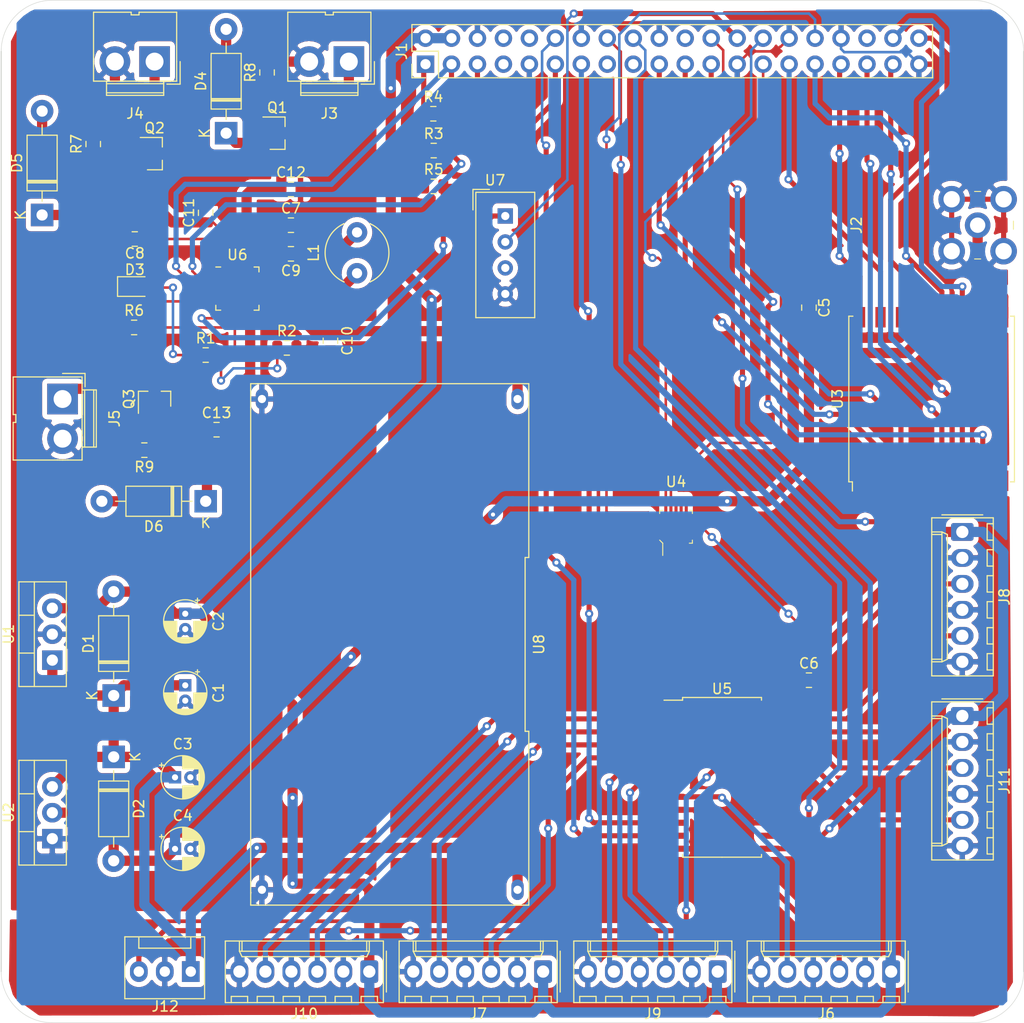
<source format=kicad_pcb>
(kicad_pcb (version 20171130) (host pcbnew "(5.1.5)-3")
  (layers (0 F.Cu signal) (31 B.Cu signal) (34 B.Paste user) (35 F.Paste user) (36 B.SilkS user) (37 F.SilkS user) (38 B.Mask user) (39 F.Mask user) (44 Edge.Cuts user))
  (net 0 "")
  (net 1 GND)
  (net 2 +5V)
  (net 3 +3V3)
  (net 4 "Net-(C7-Pad1)")
  (net 5 /BQ24160/PMIDU)
  (net 6 /BQ24160/BOOT)
  (net 7 /BQ24160/SW)
  (net 8 /BQ24160/Vusb)
  (net 9 /BQ24160/Vext_dc)
  (net 10 /BQ24160/VBAT)
  (net 11 "Net-(D3-Pad1)")
  (net 12 /BQ24160/VDRV)
  (net 13 "/Radio LoRa RFM95W/ANT")
  (net 14 /BQ24160/BAT_NTC)
  (net 15 /BQ24160/STAT)
  (net 16 "/Conversor ADS1115 + MUX/AIN0")
  (net 17 /9V_BUCK_BOOST)
  (net 18 /Vsys)
  (net 19 "Net-(D4-Pad2)")
  (net 20 "Net-(D5-Pad2)")
  (net 21 "Net-(D6-Pad2)")
  (net 22 /BQ_SDA)
  (net 23 /BQ_SCL)
  (net 24 /DIO3)
  (net 25 /BQ_INT)
  (net 26 /S1)
  (net 27 /S0)
  (net 28 /S2)
  (net 29 /S3)
  (net 30 /RFM_MOSI)
  (net 31 /RFM_MISO)
  (net 32 /RFM_SCK)
  (net 33 /DIO5)
  (net 34 /DHT_OUTPUT)
  (net 35 /AD_SDA)
  (net 36 /AD_SCL)
  (net 37 /DIO1)
  (net 38 /DIO4)
  (net 39 /AD_ALERT)
  (net 40 /DIO2)
  (net 41 /NSS)
  (net 42 /RESET)
  (net 43 /DIO0)
  (net 44 "Net-(J3-Pad1)")
  (net 45 "Net-(J4-Pad1)")
  (net 46 "Net-(J5-Pad1)")
  (net 47 /I1)
  (net 48 /I0)
  (net 49 /I4)
  (net 50 /I5)
  (net 51 /I9)
  (net 52 /I8)
  (net 53 /I3)
  (net 54 /I2)
  (net 55 /I6)
  (net 56 /I7)
  (net 57 /I10)
  (net 58 /I11)
  (net 59 /I12)
  (net 60 RASP_3V3)
  (module Capacitor_THT:CP_Radial_D4.0mm_P1.50mm (layer F.Cu) (at 97 103 270)
    (fp_text reference C1 (at 0.75 -3.25 90) (layer F.SilkS))
    (fp_text value 0,33uF)
    (pad 2 thru_hole circle (at 1.5 0 270) (size 1.2 1.2) (drill 0.6) (layers *.Cu *.Mask) (net 1 GND))
    (pad 1 thru_hole rect (at 0 0 270) (size 1.2 1.2) (drill 0.6) (layers *.Cu *.Mask) (net 17 /9V_BUCK_BOOST))
  )
  (module Capacitor_THT:CP_Radial_D4.0mm_P1.50mm (layer F.Cu) (at 97 96 270)
    (fp_text reference C2 (at 0.75 -3.25 90) (layer F.SilkS))
    (fp_text value 0,1uF)
    (pad 1 thru_hole rect (at 0 0 270) (size 1.2 1.2) (drill 0.6) (layers *.Cu *.Mask) (net 2 +5V))
    (pad 2 thru_hole circle (at 1.5 0 270) (size 1.2 1.2) (drill 0.6) (layers *.Cu *.Mask) (net 1 GND))
  )
  (module Capacitor_THT:CP_Radial_D4.0mm_P1.50mm (layer F.Cu) (at 96 112)
    (fp_text reference C3 (at 0.75 -3.25) (layer F.SilkS))
    (fp_text value 0,33uF)
    (pad 1 thru_hole rect (at 0 0) (size 1.2 1.2) (drill 0.6) (layers *.Cu *.Mask) (net 17 /9V_BUCK_BOOST))
    (pad 2 thru_hole circle (at 1.5 0) (size 1.2 1.2) (drill 0.6) (layers *.Cu *.Mask) (net 1 GND))
  )
  (module Capacitor_THT:CP_Radial_D4.0mm_P1.50mm (layer F.Cu) (at 96 119)
    (fp_text reference C4 (at 0.75 -3.25) (layer F.SilkS))
    (fp_text value 0,1uF)
    (pad 2 thru_hole circle (at 1.5 0) (size 1.2 1.2) (drill 0.6) (layers *.Cu *.Mask) (net 1 GND))
    (pad 1 thru_hole rect (at 0 0) (size 1.2 1.2) (drill 0.6) (layers *.Cu *.Mask) (net 3 +3V3))
  )
  (module Capacitor_SMD:C_0805_2012Metric (layer F.Cu) (at 158 66.0625 90)
    (fp_text reference C5 (at 0 1.5 90) (layer F.SilkS))
    (fp_text value 100nF)
    (pad 1 smd roundrect (at -0.9375 0 90) (size 0.975 1.4) (layers F.Cu F.Paste F.Mask) (net 3 +3V3))
    (pad 2 smd roundrect (at 0.9375 0 90) (size 0.975 1.4) (layers F.Cu F.Paste F.Mask) (net 1 GND))
  )
  (module Capacitor_SMD:C_0805_2012Metric (layer F.Cu) (at 158 102.5)
    (fp_text reference C6 (at 0 -1.65) (layer F.SilkS))
    (fp_text value 1uF)
    (pad 1 smd roundrect (at -0.9375 0) (size 0.975 1.4) (layers F.Cu F.Paste F.Mask) (net 2 +5V))
    (pad 2 smd roundrect (at 0.9375 0) (size 0.975 1.4) (layers F.Cu F.Paste F.Mask) (net 1 GND))
  )
  (module Capacitor_SMD:C_0805_2012Metric (layer F.Cu) (at 107.3375 58)
    (fp_text reference C7 (at 0 -1.65) (layer F.SilkS))
    (fp_text value 4,7uF)
    (pad 2 smd roundrect (at 0.9375 0) (size 0.975 1.4) (layers F.Cu F.Paste F.Mask) (net 1 GND))
    (pad 1 smd roundrect (at -0.9375 0) (size 0.975 1.4) (layers F.Cu F.Paste F.Mask) (net 4 "Net-(C7-Pad1)"))
  )
  (module Capacitor_SMD:C_0805_2012Metric (layer F.Cu) (at 92.0625 59.35)
    (fp_text reference C8 (at 0 1.4) (layer F.SilkS))
    (fp_text value 4,7uF)
    (pad 1 smd roundrect (at -0.9375 0) (size 0.975 1.4) (layers F.Cu F.Paste F.Mask) (net 1 GND))
    (pad 2 smd roundrect (at 0.9375 0) (size 0.975 1.4) (layers F.Cu F.Paste F.Mask) (net 5 /BQ24160/PMIDU))
  )
  (module Capacitor_SMD:C_0805_2012Metric (layer F.Cu) (at 107.3375 60.8 180)
    (fp_text reference C9 (at 0 -1.65) (layer F.SilkS))
    (fp_text value 0,01uF)
    (pad 2 smd roundrect (at 0.9375 0 180) (size 0.975 1.4) (layers F.Cu F.Paste F.Mask) (net 6 /BQ24160/BOOT))
    (pad 1 smd roundrect (at -0.9375 0 180) (size 0.975 1.4) (layers F.Cu F.Paste F.Mask) (net 7 /BQ24160/SW))
  )
  (module Capacitor_SMD:C_0805_2012Metric (layer F.Cu) (at 111.2 69.3 270)
    (fp_text reference C10 (at 0 -1.65 90) (layer F.SilkS))
    (fp_text value 1uF)
    (pad 2 smd roundrect (at 0.9375 0 270) (size 0.975 1.4) (layers F.Cu F.Paste F.Mask) (net 1 GND))
    (pad 1 smd roundrect (at -0.9375 0 270) (size 0.975 1.4) (layers F.Cu F.Paste F.Mask) (net 18 /Vsys))
  )
  (module Capacitor_SMD:C_0805_2012Metric (layer F.Cu) (at 99 56.7875 90)
    (fp_text reference C11 (at 0 -1.65 90) (layer F.SilkS))
    (fp_text value 1uF)
    (pad 1 smd roundrect (at -0.9375 0 90) (size 0.975 1.4) (layers F.Cu F.Paste F.Mask) (net 8 /BQ24160/Vusb))
    (pad 2 smd roundrect (at 0.9375 0 90) (size 0.975 1.4) (layers F.Cu F.Paste F.Mask) (net 1 GND))
  )
  (module Capacitor_SMD:C_0805_2012Metric (layer F.Cu) (at 107.3375 54.5)
    (fp_text reference C12 (at 0 -1.65) (layer F.SilkS))
    (fp_text value 1uF)
    (pad 2 smd roundrect (at 0.9375 0) (size 0.975 1.4) (layers F.Cu F.Paste F.Mask) (net 1 GND))
    (pad 1 smd roundrect (at -0.9375 0) (size 0.975 1.4) (layers F.Cu F.Paste F.Mask) (net 9 /BQ24160/Vext_dc))
  )
  (module Capacitor_SMD:C_0805_2012Metric (layer F.Cu) (at 100.0625 78)
    (fp_text reference C13 (at 0 -1.65) (layer F.SilkS))
    (fp_text value 1uF)
    (pad 1 smd roundrect (at -0.9375 0) (size 0.975 1.4) (layers F.Cu F.Paste F.Mask) (net 10 /BQ24160/VBAT))
    (pad 2 smd roundrect (at 0.9375 0) (size 0.975 1.4) (layers F.Cu F.Paste F.Mask) (net 1 GND))
  )
  (module Diode_THT:D_DO-41_SOD81_P10.16mm_Horizontal (layer F.Cu) (at 90 104 90)
    (fp_text reference D1 (at 5.08 -2.47 90) (layer F.SilkS))
    (fp_text value 1N4001)
    (fp_text user K (at 0 -2.1 90) (layer F.SilkS))
    (pad 2 thru_hole oval (at 10.16 0 90) (size 2.2 2.2) (drill 1.1) (layers *.Cu *.Mask) (net 2 +5V))
    (pad 1 thru_hole rect (at 0 0 90) (size 2.2 2.2) (drill 1.1) (layers *.Cu *.Mask) (net 17 /9V_BUCK_BOOST))
  )
  (module Diode_THT:D_DO-41_SOD81_P10.16mm_Horizontal (layer F.Cu) (at 90 110 270)
    (fp_text reference D2 (at 5.08 -2.47 90) (layer F.SilkS))
    (fp_text value 1N4001)
    (fp_text user K (at 0 -2.1 90) (layer F.SilkS))
    (pad 1 thru_hole rect (at 0 0 270) (size 2.2 2.2) (drill 1.1) (layers *.Cu *.Mask) (net 17 /9V_BUCK_BOOST))
    (pad 2 thru_hole oval (at 10.16 0 270) (size 2.2 2.2) (drill 1.1) (layers *.Cu *.Mask) (net 3 +3V3))
  )
  (module LED_SMD:LED_0805_2012Metric (layer F.Cu) (at 92.0625 64)
    (fp_text reference D3 (at 0 -1.65) (layer F.SilkS))
    (fp_text value LED)
    (pad 1 smd roundrect (at -0.9375 0) (size 0.975 1.4) (layers F.Cu F.Paste F.Mask) (net 11 "Net-(D3-Pad1)"))
    (pad 2 smd roundrect (at 0.9375 0) (size 0.975 1.4) (layers F.Cu F.Paste F.Mask) (net 12 /BQ24160/VDRV))
  )
  (module Connector_PinHeader_2.54mm:PinHeader_2x20_P2.54mm_Vertical (layer F.Cu) (at 120.5 42.25 90)
    (fp_text reference J1 (at 1.27 -2.33 90) (layer F.SilkS))
    (fp_text value Conn_02x20_Odd_Even)
    (pad 1 thru_hole rect (at 0 0 90) (size 1.7 1.7) (drill 1) (layers *.Cu *.Mask) (net 60 RASP_3V3))
    (pad 2 thru_hole oval (at 2.54 0 90) (size 1.7 1.7) (drill 1) (layers *.Cu *.Mask) (net 2 +5V))
    (pad 3 thru_hole oval (at 0 2.54 90) (size 1.7 1.7) (drill 1) (layers *.Cu *.Mask) (net 22 /BQ_SDA))
    (pad 4 thru_hole oval (at 2.54 2.54 90) (size 1.7 1.7) (drill 1) (layers *.Cu *.Mask) (net 2 +5V))
    (pad 5 thru_hole oval (at 0 5.08 90) (size 1.7 1.7) (drill 1) (layers *.Cu *.Mask) (net 23 /BQ_SCL))
    (pad 6 thru_hole oval (at 2.54 5.08 90) (size 1.7 1.7) (drill 1) (layers *.Cu *.Mask) (net 1 GND))
    (pad 7 thru_hole oval (at 0 7.62 90) (size 1.7 1.7) (drill 1) (layers *.Cu *.Mask))
    (pad 8 thru_hole oval (at 2.54 7.62 90) (size 1.7 1.7) (drill 1) (layers *.Cu *.Mask))
    (pad 9 thru_hole oval (at 0 10.16 90) (size 1.7 1.7) (drill 1) (layers *.Cu *.Mask) (net 1 GND))
    (pad 10 thru_hole oval (at 2.54 10.16 90) (size 1.7 1.7) (drill 1) (layers *.Cu *.Mask))
    (pad 11 thru_hole oval (at 0 12.7 90) (size 1.7 1.7) (drill 1) (layers *.Cu *.Mask) (net 25 /BQ_INT))
    (pad 12 thru_hole oval (at 2.54 12.7 90) (size 1.7 1.7) (drill 1) (layers *.Cu *.Mask) (net 26 /S1))
    (pad 13 thru_hole oval (at 0 15.24 90) (size 1.7 1.7) (drill 1) (layers *.Cu *.Mask) (net 27 /S0))
    (pad 14 thru_hole oval (at 2.54 15.24 90) (size 1.7 1.7) (drill 1) (layers *.Cu *.Mask) (net 1 GND))
    (pad 15 thru_hole oval (at 0 17.78 90) (size 1.7 1.7) (drill 1) (layers *.Cu *.Mask))
    (pad 16 thru_hole oval (at 2.54 17.78 90) (size 1.7 1.7) (drill 1) (layers *.Cu *.Mask) (net 28 /S2))
    (pad 17 thru_hole oval (at 0 20.32 90) (size 1.7 1.7) (drill 1) (layers *.Cu *.Mask) (net 60 RASP_3V3))
    (pad 18 thru_hole oval (at 2.54 20.32 90) (size 1.7 1.7) (drill 1) (layers *.Cu *.Mask) (net 29 /S3))
    (pad 19 thru_hole oval (at 0 22.86 90) (size 1.7 1.7) (drill 1) (layers *.Cu *.Mask) (net 30 /RFM_MOSI))
    (pad 20 thru_hole oval (at 2.54 22.86 90) (size 1.7 1.7) (drill 1) (layers *.Cu *.Mask) (net 1 GND))
    (pad 21 thru_hole oval (at 0 25.4 90) (size 1.7 1.7) (drill 1) (layers *.Cu *.Mask) (net 31 /RFM_MISO))
    (pad 22 thru_hole oval (at 2.54 25.4 90) (size 1.7 1.7) (drill 1) (layers *.Cu *.Mask))
    (pad 23 thru_hole oval (at 0 27.94 90) (size 1.7 1.7) (drill 1) (layers *.Cu *.Mask) (net 32 /RFM_SCK))
    (pad 24 thru_hole oval (at 2.54 27.94 90) (size 1.7 1.7) (drill 1) (layers *.Cu *.Mask) (net 33 /DIO5))
    (pad 25 thru_hole oval (at 0 30.48 90) (size 1.7 1.7) (drill 1) (layers *.Cu *.Mask) (net 1 GND))
    (pad 26 thru_hole oval (at 2.54 30.48 90) (size 1.7 1.7) (drill 1) (layers *.Cu *.Mask) (net 34 /DHT_OUTPUT))
    (pad 27 thru_hole oval (at 0 33.02 90) (size 1.7 1.7) (drill 1) (layers *.Cu *.Mask) (net 35 /AD_SDA))
    (pad 28 thru_hole oval (at 2.54 33.02 90) (size 1.7 1.7) (drill 1) (layers *.Cu *.Mask) (net 36 /AD_SCL))
    (pad 29 thru_hole oval (at 0 35.56 90) (size 1.7 1.7) (drill 1) (layers *.Cu *.Mask) (net 37 /DIO1))
    (pad 30 thru_hole oval (at 2.54 35.56 90) (size 1.7 1.7) (drill 1) (layers *.Cu *.Mask) (net 1 GND))
    (pad 31 thru_hole oval (at 0 38.1 90) (size 1.7 1.7) (drill 1) (layers *.Cu *.Mask) (net 38 /DIO4))
    (pad 32 thru_hole oval (at 2.54 38.1 90) (size 1.7 1.7) (drill 1) (layers *.Cu *.Mask) (net 39 /AD_ALERT))
    (pad 33 thru_hole oval (at 0 40.64 90) (size 1.7 1.7) (drill 1) (layers *.Cu *.Mask) (net 40 /DIO2))
    (pad 34 thru_hole oval (at 2.54 40.64 90) (size 1.7 1.7) (drill 1) (layers *.Cu *.Mask) (net 1 GND))
    (pad 35 thru_hole oval (at 0 43.18 90) (size 1.7 1.7) (drill 1) (layers *.Cu *.Mask) (net 41 /NSS))
    (pad 36 thru_hole oval (at 2.54 43.18 90) (size 1.7 1.7) (drill 1) (layers *.Cu *.Mask))
    (pad 37 thru_hole oval (at 0 45.72 90) (size 1.7 1.7) (drill 1) (layers *.Cu *.Mask) (net 42 /RESET))
    (pad 38 thru_hole oval (at 2.54 45.72 90) (size 1.7 1.7) (drill 1) (layers *.Cu *.Mask) (net 24 /DIO3))
    (pad 39 thru_hole oval (at 0 48.26 90) (size 1.7 1.7) (drill 1) (layers *.Cu *.Mask) (net 1 GND))
    (pad 40 thru_hole oval (at 2.54 48.26 90) (size 1.7 1.7) (drill 1) (layers *.Cu *.Mask) (net 43 /DIO0))
  )
  (module digikey-footprints:RF_SMA_RightAngle_5-1814400-1 (layer F.Cu) (at 174.5 58 90)
    (fp_text reference J2 (at 0 -11.85 90) (layer F.SilkS))
    (fp_text value 5-1814400-1)
    (pad 2 thru_hole circle (at -2.54 2.54 90) (size 2.6 2.6) (drill 1.6) (layers *.Cu *.Mask) (net 1 GND))
    (pad 2 thru_hole circle (at -2.54 -2.54 90) (size 2.6 2.6) (drill 1.6) (layers *.Cu *.Mask) (net 1 GND))
    (pad 2 thru_hole circle (at 2.54 2.54 90) (size 2.6 2.6) (drill 1.6) (layers *.Cu *.Mask) (net 1 GND))
    (pad 2 thru_hole circle (at 2.54 -2.54 90) (size 2.6 2.6) (drill 1.6) (layers *.Cu *.Mask) (net 1 GND))
    (pad 1 thru_hole circle (at 0 0 90) (size 2.5 2.5) (drill 1.5) (layers *.Cu *.Mask) (net 13 "/Radio LoRa RFM95W/ANT"))
  )
  (module Connector:JWT_A3963_1x02_P3.96mm_Vertical (layer F.Cu) (at 113 42 180)
    (fp_text reference J3 (at 1.91 -5.08) (layer F.SilkS))
    (fp_text value Conn_01x02_Male)
    (pad 1 thru_hole rect (at 0 0 180) (size 3 3) (drill 1.75) (layers *.Cu *.Mask) (net 44 "Net-(J3-Pad1)"))
    (pad 2 thru_hole circle (at 3.88 0 180) (size 3 3) (drill 1.75) (layers *.Cu *.Mask) (net 1 GND))
  )
  (module Connector_Molex:Molex_KK-254_AE-6410-06A_1x06_P2.54mm_Vertical (layer F.Cu) (at 166.04 131 180)
    (fp_text reference J6 (at 6.35 -4.12) (layer F.SilkS))
    (fp_text value Conn_01x06_Male)
    (pad 6 thru_hole oval (at 12.7 0 180) (size 1.74 2.2) (drill 1.2) (layers *.Cu *.Mask) (net 1 GND))
    (pad 5 thru_hole oval (at 10.16 0 180) (size 1.74 2.2) (drill 1.2) (layers *.Cu *.Mask) (net 47 /I1))
    (pad 4 thru_hole oval (at 7.62 0 180) (size 1.74 2.2) (drill 1.2) (layers *.Cu *.Mask) (net 1 GND))
    (pad 3 thru_hole oval (at 5.08 0 180) (size 1.74 2.2) (drill 1.2) (layers *.Cu *.Mask) (net 48 /I0))
    (pad 2 thru_hole oval (at 2.54 0 180) (size 1.74 2.2) (drill 1.2) (layers *.Cu *.Mask) (net 1 GND))
    (pad 1 thru_hole roundrect (at 0 0 180) (size 1.74 2.2) (drill 1.2) (layers *.Cu *.Mask) (roundrect_rratio 0.143678) (net 2 +5V))
  )
  (module Connector_Molex:Molex_KK-254_AE-6410-06A_1x06_P2.54mm_Vertical (layer F.Cu) (at 132 131 180)
    (fp_text reference J7 (at 6.35 -4.12) (layer F.SilkS))
    (fp_text value Conn_01x06_Male)
    (pad 1 thru_hole roundrect (at 0 0 180) (size 1.74 2.2) (drill 1.2) (layers *.Cu *.Mask) (roundrect_rratio 0.143678) (net 2 +5V))
    (pad 2 thru_hole oval (at 2.54 0 180) (size 1.74 2.2) (drill 1.2) (layers *.Cu *.Mask) (net 1 GND))
    (pad 3 thru_hole oval (at 5.08 0 180) (size 1.74 2.2) (drill 1.2) (layers *.Cu *.Mask) (net 49 /I4))
    (pad 4 thru_hole oval (at 7.62 0 180) (size 1.74 2.2) (drill 1.2) (layers *.Cu *.Mask) (net 1 GND))
    (pad 5 thru_hole oval (at 10.16 0 180) (size 1.74 2.2) (drill 1.2) (layers *.Cu *.Mask) (net 50 /I5))
    (pad 6 thru_hole oval (at 12.7 0 180) (size 1.74 2.2) (drill 1.2) (layers *.Cu *.Mask) (net 1 GND))
  )
  (module Connector_Molex:Molex_KK-254_AE-6410-06A_1x06_P2.54mm_Vertical (layer F.Cu) (at 173 88 270)
    (fp_text reference J8 (at 6.35 -4.12 90) (layer F.SilkS))
    (fp_text value Conn_01x06_Male)
    (pad 6 thru_hole oval (at 12.7 0 270) (size 1.74 2.2) (drill 1.2) (layers *.Cu *.Mask) (net 1 GND))
    (pad 5 thru_hole oval (at 10.16 0 270) (size 1.74 2.2) (drill 1.2) (layers *.Cu *.Mask) (net 51 /I9))
    (pad 4 thru_hole oval (at 7.62 0 270) (size 1.74 2.2) (drill 1.2) (layers *.Cu *.Mask) (net 1 GND))
    (pad 3 thru_hole oval (at 5.08 0 270) (size 1.74 2.2) (drill 1.2) (layers *.Cu *.Mask) (net 52 /I8))
    (pad 2 thru_hole oval (at 2.54 0 270) (size 1.74 2.2) (drill 1.2) (layers *.Cu *.Mask) (net 1 GND))
    (pad 1 thru_hole roundrect (at 0 0 270) (size 1.74 2.2) (drill 1.2) (layers *.Cu *.Mask) (roundrect_rratio 0.143678) (net 2 +5V))
  )
  (module Connector_Molex:Molex_KK-254_AE-6410-06A_1x06_P2.54mm_Vertical (layer F.Cu) (at 149.08 131 180)
    (fp_text reference J9 (at 6.35 -4.12) (layer F.SilkS))
    (fp_text value Conn_01x06_Male)
    (pad 6 thru_hole oval (at 12.7 0 180) (size 1.74 2.2) (drill 1.2) (layers *.Cu *.Mask) (net 1 GND))
    (pad 5 thru_hole oval (at 10.16 0 180) (size 1.74 2.2) (drill 1.2) (layers *.Cu *.Mask) (net 53 /I3))
    (pad 4 thru_hole oval (at 7.62 0 180) (size 1.74 2.2) (drill 1.2) (layers *.Cu *.Mask) (net 1 GND))
    (pad 3 thru_hole oval (at 5.08 0 180) (size 1.74 2.2) (drill 1.2) (layers *.Cu *.Mask) (net 54 /I2))
    (pad 2 thru_hole oval (at 2.54 0 180) (size 1.74 2.2) (drill 1.2) (layers *.Cu *.Mask) (net 1 GND))
    (pad 1 thru_hole roundrect (at 0 0 180) (size 1.74 2.2) (drill 1.2) (layers *.Cu *.Mask) (roundrect_rratio 0.143678) (net 2 +5V))
  )
  (module Connector_Molex:Molex_KK-254_AE-6410-06A_1x06_P2.54mm_Vertical (layer F.Cu) (at 115 131 180)
    (fp_text reference J10 (at 6.35 -4.12) (layer F.SilkS))
    (fp_text value Conn_01x06_Male)
    (pad 1 thru_hole roundrect (at 0 0 180) (size 1.74 2.2) (drill 1.2) (layers *.Cu *.Mask) (roundrect_rratio 0.143678) (net 2 +5V))
    (pad 2 thru_hole oval (at 2.54 0 180) (size 1.74 2.2) (drill 1.2) (layers *.Cu *.Mask) (net 1 GND))
    (pad 3 thru_hole oval (at 5.08 0 180) (size 1.74 2.2) (drill 1.2) (layers *.Cu *.Mask) (net 55 /I6))
    (pad 4 thru_hole oval (at 7.62 0 180) (size 1.74 2.2) (drill 1.2) (layers *.Cu *.Mask) (net 1 GND))
    (pad 5 thru_hole oval (at 10.16 0 180) (size 1.74 2.2) (drill 1.2) (layers *.Cu *.Mask) (net 56 /I7))
    (pad 6 thru_hole oval (at 12.7 0 180) (size 1.74 2.2) (drill 1.2) (layers *.Cu *.Mask) (net 1 GND))
  )
  (module Connector_Molex:Molex_KK-254_AE-6410-06A_1x06_P2.54mm_Vertical (layer F.Cu) (at 173 106 270)
    (fp_text reference J11 (at 6.35 -4.12 90) (layer F.SilkS))
    (fp_text value Conn_01x06_Male)
    (pad 1 thru_hole roundrect (at 0 0 270) (size 1.74 2.2) (drill 1.2) (layers *.Cu *.Mask) (roundrect_rratio 0.143678) (net 2 +5V))
    (pad 2 thru_hole oval (at 2.54 0 270) (size 1.74 2.2) (drill 1.2) (layers *.Cu *.Mask) (net 1 GND))
    (pad 3 thru_hole oval (at 5.08 0 270) (size 1.74 2.2) (drill 1.2) (layers *.Cu *.Mask) (net 57 /I10))
    (pad 4 thru_hole oval (at 7.62 0 270) (size 1.74 2.2) (drill 1.2) (layers *.Cu *.Mask) (net 1 GND))
    (pad 5 thru_hole oval (at 10.16 0 270) (size 1.74 2.2) (drill 1.2) (layers *.Cu *.Mask) (net 58 /I11))
    (pad 6 thru_hole oval (at 12.7 0 270) (size 1.74 2.2) (drill 1.2) (layers *.Cu *.Mask) (net 1 GND))
  )
  (module Connector:FanPinHeader_1x03_P2.54mm_Vertical (layer F.Cu) (at 97.54 131 180)
    (fp_text reference J12 (at 2.5 -3.4) (layer F.SilkS))
    (fp_text value Conn_01x03_Female)
    (pad 1 thru_hole rect (at 0 0 270) (size 2.03 1.73) (drill 1.02) (layers *.Cu *.Mask) (net 17 /9V_BUCK_BOOST))
    (pad 2 thru_hole oval (at 2.54 0 270) (size 2.03 1.73) (drill 1.02) (layers *.Cu *.Mask) (net 1 GND))
    (pad 3 thru_hole oval (at 5.08 0 270) (size 2.03 1.73) (drill 1.02) (layers *.Cu *.Mask) (net 59 /I12))
  )
  (module Inductor_THT:L_Radial_D6.0mm_P4.00mm (layer F.Cu) (at 113.8 62.7 90)
    (fp_text reference L1 (at 2 -4.25 90) (layer F.SilkS))
    (fp_text value 1,5uH)
    (pad 1 thru_hole circle (at 0 0 90) (size 2 2) (drill 1) (layers *.Cu *.Mask) (net 18 /Vsys))
    (pad 2 thru_hole circle (at 4 0 90) (size 2 2) (drill 1) (layers *.Cu *.Mask) (net 7 /BQ24160/SW))
  )
  (module Resistor_SMD:R_0805_2012Metric (layer F.Cu) (at 99 70.7)
    (fp_text reference R1 (at 0 -1.65) (layer F.SilkS))
    (fp_text value 10k)
    (pad 1 smd roundrect (at -0.9375 0) (size 0.975 1.4) (layers F.Cu F.Paste F.Mask) (net 12 /BQ24160/VDRV))
    (pad 2 smd roundrect (at 0.9375 0) (size 0.975 1.4) (layers F.Cu F.Paste F.Mask) (net 14 /BQ24160/BAT_NTC))
  )
  (module Resistor_SMD:R_0805_2012Metric (layer F.Cu) (at 106.9375 70)
    (fp_text reference R2 (at 0 -1.65) (layer F.SilkS))
    (fp_text value 10K)
    (pad 2 smd roundrect (at 0.9375 0) (size 0.975 1.4) (layers F.Cu F.Paste F.Mask) (net 1 GND))
    (pad 1 smd roundrect (at -0.9375 0) (size 0.975 1.4) (layers F.Cu F.Paste F.Mask) (net 14 /BQ24160/BAT_NTC))
  )
  (module Resistor_SMD:R_0805_2012Metric (layer F.Cu) (at 121.3 50.7)
    (fp_text reference R3 (at 0 -1.65) (layer F.SilkS))
    (fp_text value 10k)
    (pad 1 smd roundrect (at -0.9375 0) (size 0.975 1.4) (layers F.Cu F.Paste F.Mask) (net 60 RASP_3V3))
    (pad 2 smd roundrect (at 0.9375 0) (size 0.975 1.4) (layers F.Cu F.Paste F.Mask) (net 23 /BQ_SCL))
  )
  (module Resistor_SMD:R_0805_2012Metric (layer F.Cu) (at 121.2625 47.1)
    (fp_text reference R4 (at 0 -1.65) (layer F.SilkS))
    (fp_text value 10k)
    (pad 2 smd roundrect (at 0.9375 0) (size 0.975 1.4) (layers F.Cu F.Paste F.Mask) (net 22 /BQ_SDA))
    (pad 1 smd roundrect (at -0.9375 0) (size 0.975 1.4) (layers F.Cu F.Paste F.Mask) (net 60 RASP_3V3))
  )
  (module Resistor_SMD:R_0805_2012Metric (layer F.Cu) (at 121.3 54.2)
    (fp_text reference R5 (at 0 -1.65) (layer F.SilkS))
    (fp_text value 10k)
    (pad 1 smd roundrect (at -0.9375 0) (size 0.975 1.4) (layers F.Cu F.Paste F.Mask) (net 60 RASP_3V3))
    (pad 2 smd roundrect (at 0.9375 0) (size 0.975 1.4) (layers F.Cu F.Paste F.Mask) (net 25 /BQ_INT))
  )
  (module Resistor_SMD:R_0805_2012Metric (layer F.Cu) (at 92 68)
    (fp_text reference R6 (at 0 -1.65) (layer F.SilkS))
    (fp_text value 1K)
    (pad 2 smd roundrect (at 0.9375 0) (size 0.975 1.4) (layers F.Cu F.Paste F.Mask) (net 15 /BQ24160/STAT))
    (pad 1 smd roundrect (at -0.9375 0) (size 0.975 1.4) (layers F.Cu F.Paste F.Mask) (net 11 "Net-(D3-Pad1)"))
  )
  (module Package_TO_SOT_THT:TO-220-3_Vertical (layer F.Cu) (at 84 100.54 90)
    (fp_text reference U1 (at 2.54 -4.27 90) (layer F.SilkS))
    (fp_text value LM7805_TO220)
    (pad 1 thru_hole rect (at 0 0 90) (size 1.905 2) (drill 1.1) (layers *.Cu *.Mask) (net 17 /9V_BUCK_BOOST))
    (pad 2 thru_hole oval (at 2.54 0 90) (size 1.905 2) (drill 1.1) (layers *.Cu *.Mask) (net 1 GND))
    (pad 3 thru_hole oval (at 5.08 0 90) (size 1.905 2) (drill 1.1) (layers *.Cu *.Mask) (net 2 +5V))
  )
  (module Package_TO_SOT_THT:TO-220-3_Vertical (layer F.Cu) (at 84 118 90)
    (fp_text reference U2 (at 2.54 -4.27 90) (layer F.SilkS))
    (fp_text value LM1117-3.3)
    (pad 3 thru_hole oval (at 5.08 0 90) (size 1.905 2) (drill 1.1) (layers *.Cu *.Mask) (net 17 /9V_BUCK_BOOST))
    (pad 2 thru_hole oval (at 2.54 0 90) (size 1.905 2) (drill 1.1) (layers *.Cu *.Mask) (net 3 +3V3))
    (pad 1 thru_hole rect (at 0 0 90) (size 1.905 2) (drill 1.1) (layers *.Cu *.Mask) (net 1 GND))
  )
  (module digikey-footprints:MSOP-10_W3mm (layer F.Cu) (at 145 87.5)
    (fp_text reference U4 (at 0 -4.4) (layer F.SilkS))
    (fp_text value ADS1115IDGST)
    (pad 1 smd rect (at -1 2.2) (size 0.3 1.45) (layers F.Cu F.Paste F.Mask) (net 1 GND))
    (pad 6 smd rect (at 1 -2.2) (size 0.3 1.45) (layers F.Cu F.Paste F.Mask))
    (pad 2 smd rect (at -0.5 2.2) (size 0.3 1.45) (layers F.Cu F.Paste F.Mask) (net 39 /AD_ALERT))
    (pad 3 smd rect (at 0 2.2) (size 0.3 1.45) (layers F.Cu F.Paste F.Mask) (net 1 GND))
    (pad 4 smd rect (at 0.5 2.2) (size 0.3 1.45) (layers F.Cu F.Paste F.Mask) (net 16 "/Conversor ADS1115 + MUX/AIN0"))
    (pad 5 smd rect (at 1 2.2) (size 0.3 1.45) (layers F.Cu F.Paste F.Mask))
    (pad 7 smd rect (at 0.5 -2.2) (size 0.3 1.45) (layers F.Cu F.Paste F.Mask))
    (pad 8 smd rect (at 0 -2.2) (size 0.3 1.45) (layers F.Cu F.Paste F.Mask) (net 2 +5V))
    (pad 9 smd rect (at -0.5 -2.2) (size 0.3 1.45) (layers F.Cu F.Paste F.Mask) (net 35 /AD_SDA))
    (pad 10 smd rect (at -1 -2.2) (size 0.3 1.45) (layers F.Cu F.Paste F.Mask) (net 36 /AD_SCL))
  )
  (module Package_SO:SOIC-24W_7.5x15.4mm_P1.27mm (layer F.Cu) (at 149.5 112)
    (fp_text reference U5 (at 0 -8.65) (layer F.SilkS))
    (fp_text value CD74HC4067M)
    (pad 1 smd roundrect (at -4.65 -6.985) (size 2.05 0.6) (layers F.Cu F.Paste F.Mask) (net 16 "/Conversor ADS1115 + MUX/AIN0"))
    (pad 2 smd roundrect (at -4.65 -5.715) (size 2.05 0.6) (layers F.Cu F.Paste F.Mask) (net 56 /I7))
    (pad 3 smd roundrect (at -4.65 -4.445) (size 2.05 0.6) (layers F.Cu F.Paste F.Mask) (net 55 /I6))
    (pad 4 smd roundrect (at -4.65 -3.175) (size 2.05 0.6) (layers F.Cu F.Paste F.Mask) (net 50 /I5))
    (pad 5 smd roundrect (at -4.65 -1.905) (size 2.05 0.6) (layers F.Cu F.Paste F.Mask) (net 49 /I4))
    (pad 6 smd roundrect (at -4.65 -0.635) (size 2.05 0.6) (layers F.Cu F.Paste F.Mask) (net 53 /I3))
    (pad 7 smd roundrect (at -4.65 0.635) (size 2.05 0.6) (layers F.Cu F.Paste F.Mask) (net 54 /I2))
    (pad 8 smd roundrect (at -4.65 1.905) (size 2.05 0.6) (layers F.Cu F.Paste F.Mask) (net 47 /I1))
    (pad 9 smd roundrect (at -4.65 3.175) (size 2.05 0.6) (layers F.Cu F.Paste F.Mask) (net 48 /I0))
    (pad 10 smd roundrect (at -4.65 4.445) (size 2.05 0.6) (layers F.Cu F.Paste F.Mask) (net 27 /S0))
    (pad 11 smd roundrect (at -4.65 5.715) (size 2.05 0.6) (layers F.Cu F.Paste F.Mask) (net 26 /S1))
    (pad 12 smd roundrect (at -4.65 6.985) (size 2.05 0.6) (layers F.Cu F.Paste F.Mask) (net 1 GND))
    (pad 13 smd roundrect (at 4.65 6.985) (size 2.05 0.6) (layers F.Cu F.Paste F.Mask) (net 29 /S3))
    (pad 14 smd roundrect (at 4.65 5.715) (size 2.05 0.6) (layers F.Cu F.Paste F.Mask) (net 28 /S2))
    (pad 15 smd roundrect (at 4.65 4.445) (size 2.05 0.6) (layers F.Cu F.Paste F.Mask) (net 1 GND))
    (pad 16 smd roundrect (at 4.65 3.175) (size 2.05 0.6) (layers F.Cu F.Paste F.Mask))
    (pad 17 smd roundrect (at 4.65 1.905) (size 2.05 0.6) (layers F.Cu F.Paste F.Mask))
    (pad 18 smd roundrect (at 4.65 0.635) (size 2.05 0.6) (layers F.Cu F.Paste F.Mask))
    (pad 19 smd roundrect (at 4.65 -0.635) (size 2.05 0.6) (layers F.Cu F.Paste F.Mask) (net 59 /I12))
    (pad 20 smd roundrect (at 4.65 -1.905) (size 2.05 0.6) (layers F.Cu F.Paste F.Mask) (net 58 /I11))
    (pad 21 smd roundrect (at 4.65 -3.175) (size 2.05 0.6) (layers F.Cu F.Paste F.Mask) (net 57 /I10))
    (pad 22 smd roundrect (at 4.65 -4.445) (size 2.05 0.6) (layers F.Cu F.Paste F.Mask) (net 51 /I9))
    (pad 23 smd roundrect (at 4.65 -5.715) (size 2.05 0.6) (layers F.Cu F.Paste F.Mask) (net 52 /I8))
    (pad 24 smd roundrect (at 4.65 -6.985) (size 2.05 0.6) (layers F.Cu F.Paste F.Mask) (net 2 +5V))
  )
  (module Package_DFN_QFN:QFN-24-1EP_4x4mm_P0.5mm_EP2.6x2.6mm (layer F.Cu) (at 102.1 64.2)
    (fp_text reference U6 (at 0 -3.3) (layer F.SilkS))
    (fp_text value BQ24160RGET)
    (pad 25 smd roundrect (at 0 0) (size 2.6 2.6) (layers F.Cu F.Mask) (roundrect_rratio 0.096) (net 1 GND))
    (pad 1 smd roundrect (at -1.9375 -1.25) (size 0.825 0.25) (layers F.Cu F.Paste F.Mask))
    (pad 2 smd roundrect (at -1.9375 -0.75) (size 0.825 0.25) (layers F.Cu F.Paste F.Mask))
    (pad 3 smd roundrect (at -1.9375 -0.25) (size 0.825 0.25) (layers F.Cu F.Paste F.Mask) (net 23 /BQ_SCL))
    (pad 4 smd roundrect (at -1.9375 0.25) (size 0.825 0.25) (layers F.Cu F.Paste F.Mask) (net 22 /BQ_SDA))
    (pad 5 smd roundrect (at -1.9375 0.75) (size 0.825 0.25) (layers F.Cu F.Paste F.Mask) (net 1 GND))
    (pad 6 smd roundrect (at -1.9375 1.25) (size 0.825 0.25) (layers F.Cu F.Paste F.Mask) (net 12 /BQ24160/VDRV))
    (pad 7 smd roundrect (at -1.25 1.9375) (size 0.25 0.825) (layers F.Cu F.Paste F.Mask) (net 25 /BQ_INT))
    (pad 8 smd roundrect (at -0.75 1.9375) (size 0.25 0.825) (layers F.Cu F.Paste F.Mask) (net 15 /BQ24160/STAT))
    (pad 9 smd roundrect (at -0.25 1.9375) (size 0.25 0.825) (layers F.Cu F.Paste F.Mask) (net 14 /BQ24160/BAT_NTC))
    (pad 10 smd roundrect (at 0.25 1.9375) (size 0.25 0.825) (layers F.Cu F.Paste F.Mask))
    (pad 11 smd roundrect (at 0.75 1.9375) (size 0.25 0.825) (layers F.Cu F.Paste F.Mask) (net 10 /BQ24160/VBAT))
    (pad 12 smd roundrect (at 1.25 1.9375) (size 0.25 0.825) (layers F.Cu F.Paste F.Mask) (net 10 /BQ24160/VBAT))
    (pad 13 smd roundrect (at 1.9375 1.25) (size 0.825 0.25) (layers F.Cu F.Paste F.Mask) (net 18 /Vsys))
    (pad 14 smd roundrect (at 1.9375 0.75) (size 0.825 0.25) (layers F.Cu F.Paste F.Mask) (net 18 /Vsys))
    (pad 15 smd roundrect (at 1.9375 0.25) (size 0.825 0.25) (layers F.Cu F.Paste F.Mask) (net 1 GND))
    (pad 16 smd roundrect (at 1.9375 -0.25) (size 0.825 0.25) (layers F.Cu F.Paste F.Mask) (net 1 GND))
    (pad 17 smd roundrect (at 1.9375 -0.75) (size 0.825 0.25) (layers F.Cu F.Paste F.Mask) (net 1 GND))
    (pad 18 smd roundrect (at 1.9375 -1.25) (size 0.825 0.25) (layers F.Cu F.Paste F.Mask) (net 7 /BQ24160/SW))
    (pad 19 smd roundrect (at 1.25 -1.9375) (size 0.25 0.825) (layers F.Cu F.Paste F.Mask) (net 6 /BQ24160/BOOT))
    (pad 20 smd roundrect (at 0.75 -1.9375) (size 0.25 0.825) (layers F.Cu F.Paste F.Mask) (net 4 "Net-(C7-Pad1)"))
    (pad 21 smd roundrect (at 0.25 -1.9375) (size 0.25 0.825) (layers F.Cu F.Paste F.Mask) (net 9 /BQ24160/Vext_dc))
    (pad 22 smd roundrect (at -0.25 -1.9375) (size 0.25 0.825) (layers F.Cu F.Paste F.Mask) (net 8 /BQ24160/Vusb))
    (pad 23 smd roundrect (at -0.75 -1.9375) (size 0.25 0.825) (layers F.Cu F.Paste F.Mask) (net 5 /BQ24160/PMIDU))
    (pad 24 smd roundrect (at -1.25 -1.9375) (size 0.25 0.825) (layers F.Cu F.Paste F.Mask) (net 1 GND))
  )
  (module Sensor:Aosong_DHT11_5.5x12.0_P2.54mm (layer F.Cu) (at 128.3 57.1)
    (fp_text reference U7 (at -1 -3.5) (layer F.SilkS))
    (fp_text value DHT11)
    (pad 1 thru_hole rect (at 0 0) (size 1.5 1.5) (drill 0.8) (layers *.Cu *.Mask) (net 2 +5V))
    (pad 2 thru_hole circle (at 0 2.54) (size 1.5 1.5) (drill 0.8) (layers *.Cu *.Mask) (net 34 /DHT_OUTPUT))
    (pad 3 thru_hole circle (at 0 5.08) (size 1.5 1.5) (drill 0.8) (layers *.Cu *.Mask))
    (pad 4 thru_hole circle (at 0 7.62) (size 1.5 1.5) (drill 0.8) (layers *.Cu *.Mask) (net 1 GND))
  )
  (module Diode_THT:D_DO-41_SOD81_P10.16mm_Horizontal (layer F.Cu) (at 101 49 90)
    (fp_text reference D4 (at 5.08 -2.47 90) (layer F.SilkS))
    (fp_text value "1N47xxA 17V")
    (fp_text user K (at 0 -2.1 90) (layer F.SilkS))
    (pad 2 thru_hole oval (at 10.16 0 90) (size 2.2 2.2) (drill 1.1) (layers *.Cu *.Mask) (net 19 "Net-(D4-Pad2)"))
    (pad 1 thru_hole rect (at 0 0 90) (size 2.2 2.2) (drill 1.1) (layers *.Cu *.Mask) (net 9 /BQ24160/Vext_dc))
  )
  (module Diode_THT:D_DO-41_SOD81_P10.16mm_Horizontal (layer F.Cu) (at 83 57 90)
    (fp_text reference D5 (at 5.08 -2.47 90) (layer F.SilkS))
    (fp_text value "1N47xxA 9V")
    (fp_text user K (at 0 -2.1 90) (layer F.SilkS))
    (pad 1 thru_hole rect (at 0 0 90) (size 2.2 2.2) (drill 1.1) (layers *.Cu *.Mask) (net 8 /BQ24160/Vusb))
    (pad 2 thru_hole oval (at 10.16 0 90) (size 2.2 2.2) (drill 1.1) (layers *.Cu *.Mask) (net 20 "Net-(D5-Pad2)"))
  )
  (module Diode_THT:D_DO-41_SOD81_P10.16mm_Horizontal (layer F.Cu) (at 99 85 180)
    (fp_text reference D6 (at 5.08 -2.47) (layer F.SilkS))
    (fp_text value "1N47xxA 5V")
    (fp_text user K (at 0 -2.1) (layer F.SilkS))
    (pad 1 thru_hole rect (at 0 0 180) (size 2.2 2.2) (drill 1.1) (layers *.Cu *.Mask) (net 10 /BQ24160/VBAT))
    (pad 2 thru_hole oval (at 10.16 0 180) (size 2.2 2.2) (drill 1.1) (layers *.Cu *.Mask) (net 21 "Net-(D6-Pad2)"))
  )
  (module Connector:JWT_A3963_1x02_P3.96mm_Vertical (layer F.Cu) (at 94 42 180)
    (fp_text reference J4 (at 1.91 -5.08) (layer F.SilkS))
    (fp_text value Conn_01x02_Male)
    (pad 2 thru_hole circle (at 3.88 0 180) (size 3 3) (drill 1.75) (layers *.Cu *.Mask) (net 1 GND))
    (pad 1 thru_hole rect (at 0 0 180) (size 3 3) (drill 1.75) (layers *.Cu *.Mask) (net 45 "Net-(J4-Pad1)"))
  )
  (module Connector:JWT_A3963_1x02_P3.96mm_Vertical (layer F.Cu) (at 85 75 270)
    (fp_text reference J5 (at 1.91 -5.08 90) (layer F.SilkS))
    (fp_text value Conn_01x02_Male)
    (pad 1 thru_hole rect (at 0 0 270) (size 3 3) (drill 1.75) (layers *.Cu *.Mask) (net 46 "Net-(J5-Pad1)"))
    (pad 2 thru_hole circle (at 3.88 0 270) (size 3 3) (drill 1.75) (layers *.Cu *.Mask) (net 1 GND))
  )
  (module Package_TO_SOT_SMD:SOT-23 (layer F.Cu) (at 106 49)
    (fp_text reference Q1 (at 0 -2.5) (layer F.SilkS))
    (fp_text value Si2371EDS)
    (pad 1 smd rect (at -1 -0.95) (size 0.9 0.8) (layers F.Cu F.Paste F.Mask) (net 19 "Net-(D4-Pad2)"))
    (pad 2 smd rect (at -1 0.95) (size 0.9 0.8) (layers F.Cu F.Paste F.Mask) (net 9 /BQ24160/Vext_dc))
    (pad 3 smd rect (at 1 0) (size 0.9 0.8) (layers F.Cu F.Paste F.Mask) (net 44 "Net-(J3-Pad1)"))
  )
  (module Package_TO_SOT_SMD:SOT-23 (layer F.Cu) (at 94 51)
    (fp_text reference Q2 (at 0 -2.5) (layer F.SilkS))
    (fp_text value Si2371EDS)
    (pad 3 smd rect (at 1 0) (size 0.9 0.8) (layers F.Cu F.Paste F.Mask) (net 45 "Net-(J4-Pad1)"))
    (pad 2 smd rect (at -1 0.95) (size 0.9 0.8) (layers F.Cu F.Paste F.Mask) (net 8 /BQ24160/Vusb))
    (pad 1 smd rect (at -1 -0.95) (size 0.9 0.8) (layers F.Cu F.Paste F.Mask) (net 20 "Net-(D5-Pad2)"))
  )
  (module Package_TO_SOT_SMD:SOT-23 (layer F.Cu) (at 94 75 90)
    (fp_text reference Q3 (at 0 -2.5 90) (layer F.SilkS))
    (fp_text value Si2371EDS)
    (pad 1 smd rect (at -1 -0.95 90) (size 0.9 0.8) (layers F.Cu F.Paste F.Mask) (net 21 "Net-(D6-Pad2)"))
    (pad 2 smd rect (at -1 0.95 90) (size 0.9 0.8) (layers F.Cu F.Paste F.Mask) (net 10 /BQ24160/VBAT))
    (pad 3 smd rect (at 1 0 90) (size 0.9 0.8) (layers F.Cu F.Paste F.Mask) (net 46 "Net-(J5-Pad1)"))
  )
  (module Resistor_SMD:R_0805_2012Metric (layer F.Cu) (at 88 50.0625 90)
    (fp_text reference R7 (at 0 -1.65 90) (layer F.SilkS))
    (fp_text value 1K)
    (pad 2 smd roundrect (at 0.9375 0 90) (size 0.975 1.4) (layers F.Cu F.Paste F.Mask) (net 1 GND))
    (pad 1 smd roundrect (at -0.9375 0 90) (size 0.975 1.4) (layers F.Cu F.Paste F.Mask) (net 20 "Net-(D5-Pad2)"))
  )
  (module Resistor_SMD:R_0805_2012Metric (layer F.Cu) (at 105 43.0625 90)
    (fp_text reference R8 (at 0 -1.65 90) (layer F.SilkS))
    (fp_text value 1K)
    (pad 1 smd roundrect (at -0.9375 0 90) (size 0.975 1.4) (layers F.Cu F.Paste F.Mask) (net 19 "Net-(D4-Pad2)"))
    (pad 2 smd roundrect (at 0.9375 0 90) (size 0.975 1.4) (layers F.Cu F.Paste F.Mask) (net 1 GND))
  )
  (module Resistor_SMD:R_0805_2012Metric (layer F.Cu) (at 93 80 180)
    (fp_text reference R9 (at 0 -1.65) (layer F.SilkS))
    (fp_text value 1K)
    (pad 1 smd roundrect (at -0.9375 0 180) (size 0.975 1.4) (layers F.Cu F.Paste F.Mask) (net 21 "Net-(D6-Pad2)"))
    (pad 2 smd roundrect (at 0.9375 0 180) (size 0.975 1.4) (layers F.Cu F.Paste F.Mask) (net 1 GND))
  )
  (module 22-23-2061:DIP-4_1889_ELL (layer F.Cu) (at 117 99 180)
    (fp_text reference U8 (at -14.6 0 90) (layer F.SilkS))
    (fp_text value BUCK_BOOST_BOARD)
    (pad 3 thru_hole oval (at -12.5 -24 180) (size 1.2 2) (drill 0.8) (layers *.Cu *.Mask) (net 17 /9V_BUCK_BOOST))
    (pad 1 thru_hole oval (at -12.5 24 180) (size 1.2 2) (drill 0.8) (layers *.Cu *.Mask) (net 18 /Vsys))
    (pad 4 thru_hole oval (at 12.5 -24 180) (size 1.2 2) (drill 0.8) (layers *.Cu *.Mask) (net 1 GND))
    (pad 2 thru_hole oval (at 12.5 24 180) (size 1.2 2) (drill 0.8) (layers *.Cu *.Mask) (net 1 GND))
  )
  (module RF_Module:HOPERF_RFM9XW_SMD (layer F.Cu) (at 170 75 90)
    (fp_text reference U3 (at 0 -9.2 90) (layer F.SilkS))
    (fp_text value RFM95W-915S2)
    (pad 1 smd rect (at -8 -7 90) (size 2 1) (layers F.Cu F.Paste F.Mask) (net 1 GND))
    (pad 2 smd rect (at -8 -5 90) (size 2 1) (layers F.Cu F.Paste F.Mask) (net 31 /RFM_MISO))
    (pad 3 smd rect (at -8 -3 90) (size 2 1) (layers F.Cu F.Paste F.Mask) (net 30 /RFM_MOSI))
    (pad 4 smd rect (at -8 -1 90) (size 2 1) (layers F.Cu F.Paste F.Mask) (net 32 /RFM_SCK))
    (pad 5 smd rect (at -8 1 90) (size 2 1) (layers F.Cu F.Paste F.Mask) (net 41 /NSS))
    (pad 6 smd rect (at -8 3 90) (size 2 1) (layers F.Cu F.Paste F.Mask) (net 42 /RESET))
    (pad 7 smd rect (at -8 5 90) (size 2 1) (layers F.Cu F.Paste F.Mask) (net 33 /DIO5))
    (pad 8 smd rect (at -8 7 90) (size 2 1) (layers F.Cu F.Paste F.Mask) (net 1 GND))
    (pad 9 smd rect (at 8 7 90) (size 2 1) (layers F.Cu F.Paste F.Mask) (net 13 "/Radio LoRa RFM95W/ANT"))
    (pad 10 smd rect (at 8 5 90) (size 2 1) (layers F.Cu F.Paste F.Mask) (net 1 GND))
    (pad 11 smd rect (at 8 3 90) (size 2 1) (layers F.Cu F.Paste F.Mask) (net 24 /DIO3))
    (pad 12 smd rect (at 8 1 90) (size 2 1) (layers F.Cu F.Paste F.Mask) (net 38 /DIO4))
    (pad 13 smd rect (at 8 -1 90) (size 2 1) (layers F.Cu F.Paste F.Mask) (net 3 +3V3))
    (pad 14 smd rect (at 8 -3 90) (size 2 1) (layers F.Cu F.Paste F.Mask) (net 43 /DIO0))
    (pad 15 smd rect (at 8 -5 90) (size 2 1) (layers F.Cu F.Paste F.Mask) (net 37 /DIO1))
    (pad 16 smd rect (at 8 -7 90) (size 2 1) (layers F.Cu F.Paste F.Mask) (net 40 /DIO2))
  )
  (gr_line (start 174 136.000999) (end 84 136.000999) (layer Edge.Cuts) (width 0.05))
  (gr_line (start 173.999001 36) (end 84.000999 35.999001) (layer Edge.Cuts) (width 0.05))
  (gr_arc (start 173.999001 41.000999) (end 179 41.000999) (angle -90) (layer Edge.Cuts) (width 0.05))
  (gr_arc (start 84 130.999001) (end 78.999001 130.999001) (angle -90) (layer Edge.Cuts) (width 0.05))
  (gr_arc (start 174 131) (end 174 136.000999) (angle -90) (layer Edge.Cuts) (width 0.05))
  (gr_arc (start 84.000999 41) (end 84.000999 35.999001) (angle -90) (layer Edge.Cuts) (width 0.05))
  (gr_line (start 179 41.000999) (end 179.000999 131) (layer Edge.Cuts) (width 0.1))
  (gr_line (start 78.999001 130.999001) (end 79 41) (layer Edge.Cuts) (width 0.1))
  (segment (start 90.12 47.005) (end 88 49.125) (width 1) (layer F.Cu) (net 1))
  (segment (start 90.12 42) (end 90.12 47.005) (width 1) (layer F.Cu) (net 1))
  (segment (start 105.125 42) (end 105 42.125) (width 1) (layer F.Cu) (net 1))
  (segment (start 109.12 42) (end 105.125 42) (width 1) (layer F.Cu) (net 1))
  (segment (start 104.0375 63.45) (end 104.0375 63.95) (width 0.25) (layer F.Cu) (net 1))
  (segment (start 104.0375 63.95) (end 104.0375 64.45) (width 0.25) (layer F.Cu) (net 1))
  (segment (start 102.35 63.95) (end 102.1 64.2) (width 0.25) (layer F.Cu) (net 1))
  (segment (start 104.0375 63.95) (end 102.35 63.95) (width 0.25) (layer F.Cu) (net 1))
  (segment (start 101.35 64.95) (end 102.1 64.2) (width 0.25) (layer F.Cu) (net 1))
  (segment (start 100.1625 64.95) (end 101.35 64.95) (width 0.25) (layer F.Cu) (net 1))
  (segment (start 100.90001 62.726988) (end 100.90001 63.00001) (width 0.25) (layer F.Cu) (net 1))
  (segment (start 100.85 62.676978) (end 100.90001 62.726988) (width 0.25) (layer F.Cu) (net 1))
  (segment (start 100.90001 63.00001) (end 102.1 64.2) (width 0.25) (layer F.Cu) (net 1))
  (segment (start 100.85 62.2625) (end 100.85 62.676978) (width 0.25) (layer F.Cu) (net 1))
  (segment (start 100.725 62.2625) (end 100.2625 61.8) (width 0.5) (layer F.Cu) (net 1))
  (segment (start 100.85 62.2625) (end 100.725 62.2625) (width 0.25) (layer F.Cu) (net 1))
  (segment (start 100.2625 61.8) (end 100 61.8) (width 0.25) (layer F.Cu) (net 1))
  (segment (start 104.1625 64.075) (end 105.075 64.075) (width 1) (layer F.Cu) (net 1))
  (segment (start 104.0375 63.95) (end 104.1625 64.075) (width 1) (layer F.Cu) (net 1))
  (segment (start 102.3 125.2) (end 102.3 131) (width 1) (layer B.Cu) (net 1))
  (segment (start 104.5 123) (end 102.3 125.2) (width 1) (layer B.Cu) (net 1))
  (segment (start 145 90.675) (end 144.675 91) (width 0.25) (layer F.Cu) (net 1))
  (segment (start 145 89.7) (end 145 90.675) (width 0.25) (layer F.Cu) (net 1))
  (segment (start 144 90.675) (end 144 89.7) (width 0.25) (layer F.Cu) (net 1))
  (segment (start 144.325 91) (end 144 90.675) (width 0.25) (layer F.Cu) (net 1))
  (segment (start 144.675 91) (end 144.325 91) (width 0.25) (layer F.Cu) (net 1))
  (segment (start 177.04 57.298477) (end 177.04 60.54) (width 0.5) (layer F.Cu) (net 1))
  (segment (start 177.04 55.46) (end 177.04 57.298477) (width 0.5) (layer F.Cu) (net 1))
  (segment (start 173.798477 55.46) (end 177.04 55.46) (width 0.5) (layer F.Cu) (net 1))
  (segment (start 171.96 55.46) (end 173.798477 55.46) (width 0.5) (layer F.Cu) (net 1))
  (segment (start 171.96 57.298477) (end 171.96 60.54) (width 0.5) (layer F.Cu) (net 1))
  (segment (start 171.96 55.46) (end 171.96 57.298477) (width 0.5) (layer F.Cu) (net 1))
  (segment (start 161.14 39.71) (end 161.14 40.76) (width 0.25) (layer B.Cu) (net 1))
  (segment (start 167.910001 41.400001) (end 168.76 42.25) (width 0.25) (layer B.Cu) (net 1))
  (segment (start 167.584999 41.074999) (end 167.910001 41.400001) (width 0.25) (layer B.Cu) (net 1))
  (segment (start 161.454999 41.074999) (end 167.584999 41.074999) (width 0.25) (layer B.Cu) (net 1))
  (segment (start 161.14 40.76) (end 161.454999 41.074999) (width 0.25) (layer B.Cu) (net 1))
  (segment (start 155.210001 40.559999) (end 155.140001 40.559999) (width 0.25) (layer F.Cu) (net 1))
  (segment (start 156.06 39.71) (end 155.210001 40.559999) (width 0.25) (layer F.Cu) (net 1))
  (segment (start 155.140001 40.559999) (end 154.7 41) (width 0.25) (layer F.Cu) (net 1))
  (segment (start 152.23 41) (end 150.98 42.25) (width 0.25) (layer F.Cu) (net 1))
  (segment (start 154.7 41) (end 152.23 41) (width 0.25) (layer F.Cu) (net 1))
  (segment (start 93.84 93.84) (end 96 96) (width 1) (layer F.Cu) (net 2))
  (segment (start 90 93.84) (end 93.84 93.84) (width 1) (layer F.Cu) (net 2))
  (segment (start 88.38 95.46) (end 90 93.84) (width 1) (layer F.Cu) (net 2))
  (segment (start 84 95.46) (end 88.38 95.46) (width 1) (layer F.Cu) (net 2))
  (segment (start 116 135) (end 115 134) (width 1) (layer B.Cu) (net 2))
  (segment (start 131 135) (end 116 135) (width 1) (layer B.Cu) (net 2))
  (segment (start 115 134) (end 115 131) (width 1) (layer B.Cu) (net 2))
  (segment (start 132 134) (end 131 135) (width 1) (layer B.Cu) (net 2))
  (segment (start 132 131) (end 132 134) (width 1) (layer B.Cu) (net 2))
  (segment (start 148 135) (end 149 134) (width 1) (layer B.Cu) (net 2))
  (segment (start 132 134) (end 133 135) (width 1) (layer B.Cu) (net 2))
  (segment (start 149 134) (end 149 131) (width 1) (layer B.Cu) (net 2))
  (segment (start 133 135) (end 148 135) (width 1) (layer B.Cu) (net 2))
  (segment (start 149 134) (end 150 135) (width 1) (layer B.Cu) (net 2))
  (segment (start 150 135) (end 165 135) (width 1) (layer B.Cu) (net 2))
  (segment (start 165 135) (end 166 134) (width 1) (layer B.Cu) (net 2))
  (segment (start 166 134) (end 166 131) (width 1) (layer B.Cu) (net 2))
  (segment (start 166 129.9) (end 166 131) (width 1) (layer B.Cu) (net 2))
  (segment (start 166 111.9) (end 166 129.9) (width 1) (layer B.Cu) (net 2))
  (segment (start 171.9 106) (end 166 111.9) (width 1) (layer B.Cu) (net 2))
  (segment (start 173 106) (end 171.9 106) (width 1) (layer B.Cu) (net 2))
  (segment (start 175 88) (end 173 88) (width 1) (layer B.Cu) (net 2))
  (segment (start 177 90) (end 175 88) (width 1) (layer B.Cu) (net 2))
  (segment (start 177 104) (end 177 90) (width 1) (layer B.Cu) (net 2))
  (segment (start 173 106) (end 175 106) (width 1) (layer B.Cu) (net 2))
  (segment (start 175 106) (end 177 104) (width 1) (layer B.Cu) (net 2))
  (segment (start 97 96) (end 96 96) (width 1) (layer F.Cu) (net 2))
  (segment (start 154.15 105.015) (end 155.985 105.015) (width 0.5) (layer F.Cu) (net 2))
  (segment (start 157.0625 103.9375) (end 157.0625 102.5) (width 0.5) (layer F.Cu) (net 2))
  (segment (start 155.985 105.015) (end 157.0625 103.9375) (width 0.5) (layer F.Cu) (net 2))
  (via (at 156 96) (size 0.8) (drill 0.4) (layers F.Cu B.Cu) (net 2))
  (segment (start 157.0625 102.5) (end 157.0625 97.0625) (width 0.25) (layer F.Cu) (net 2))
  (segment (start 157.0625 97.0625) (end 156 96) (width 0.25) (layer F.Cu) (net 2))
  (via (at 148.5 88.5) (size 0.8) (drill 0.4) (layers F.Cu B.Cu) (net 2))
  (segment (start 156 96) (end 148.5 88.5) (width 0.25) (layer B.Cu) (net 2))
  (segment (start 148.5 88.5) (end 147.5 87.5) (width 0.25) (layer F.Cu) (net 2))
  (segment (start 147.5 87.5) (end 145.5 87.5) (width 0.25) (layer F.Cu) (net 2))
  (segment (start 145.5 87.5) (end 145 87) (width 0.25) (layer F.Cu) (net 2))
  (segment (start 145 87) (end 145 85.3) (width 0.25) (layer F.Cu) (net 2))
  (segment (start 107.5 104.9) (end 107.5 114) (width 1) (layer F.Cu) (net 2))
  (segment (start 97 96) (end 98.6 96) (width 1) (layer F.Cu) (net 2))
  (via (at 107.5 114) (size 0.8) (drill 0.4) (layers F.Cu B.Cu) (net 2))
  (segment (start 98.6 96) (end 107.5 104.9) (width 1) (layer F.Cu) (net 2))
  (segment (start 107.5 114) (end 107.5 122.4) (width 1) (layer B.Cu) (net 2))
  (segment (start 115 131) (end 115 129.9) (width 1) (layer F.Cu) (net 2))
  (via (at 107.5 122.4) (size 0.8) (drill 0.4) (layers F.Cu B.Cu) (net 2))
  (segment (start 119.297919 39.71) (end 117.1 41.907919) (width 1) (layer B.Cu) (net 2))
  (segment (start 120.5 39.71) (end 119.297919 39.71) (width 1) (layer B.Cu) (net 2))
  (via (at 117.1 44.6) (size 0.8) (drill 0.4) (layers F.Cu B.Cu) (net 2))
  (segment (start 117.1 41.907919) (end 117.1 44.6) (width 1) (layer B.Cu) (net 2))
  (via (at 121.1 65.3) (size 0.8) (drill 0.4) (layers F.Cu B.Cu) (net 2))
  (segment (start 98.6 96) (end 97 96) (width 1) (layer B.Cu) (net 2))
  (segment (start 121.1 73.5) (end 98.6 96) (width 1) (layer B.Cu) (net 2))
  (segment (start 121.1 65.3) (end 121.1 73.5) (width 1) (layer B.Cu) (net 2))
  (segment (start 117.1 61.3) (end 121.1 65.3) (width 1) (layer F.Cu) (net 2))
  (segment (start 117.1 44.6) (end 117.1 61.3) (width 1) (layer F.Cu) (net 2))
  (segment (start 123.04 39.71) (end 120.5 39.71) (width 1) (layer B.Cu) (net 2))
  (segment (start 107.5 122.4) (end 114.4 122.4) (width 1) (layer F.Cu) (net 2))
  (segment (start 115 123) (end 115 131) (width 1) (layer F.Cu) (net 2))
  (segment (start 114.4 122.4) (end 115 123) (width 1) (layer F.Cu) (net 2))
  (segment (start 121.1 65.3) (end 121.665685 65.3) (width 0.5) (layer F.Cu) (net 2))
  (segment (start 121.665685 65.3) (end 125 61.965685) (width 0.5) (layer F.Cu) (net 2))
  (segment (start 127.05 57.1) (end 128.3 57.1) (width 0.5) (layer F.Cu) (net 2))
  (segment (start 125 59.15) (end 127.05 57.1) (width 0.5) (layer F.Cu) (net 2))
  (segment (start 125 61.965685) (end 125 59.15) (width 0.5) (layer F.Cu) (net 2))
  (segment (start 170.8625 88) (end 171.9 88) (width 1) (layer F.Cu) (net 2))
  (segment (start 157.0625 101.8) (end 170.8625 88) (width 1) (layer F.Cu) (net 2))
  (segment (start 171.9 88) (end 173 88) (width 1) (layer F.Cu) (net 2))
  (segment (start 157.0625 102.5) (end 157.0625 101.8) (width 1) (layer F.Cu) (net 2))
  (segment (start 84 115.46) (end 87.46 115.46) (width 1) (layer F.Cu) (net 3))
  (segment (start 90 118) (end 90 120.16) (width 1) (layer F.Cu) (net 3))
  (segment (start 87.46 115.46) (end 90 118) (width 1) (layer F.Cu) (net 3))
  (segment (start 94.84 120.16) (end 96 119) (width 1) (layer F.Cu) (net 3))
  (segment (start 90 120.16) (end 94.84 120.16) (width 1) (layer F.Cu) (net 3))
  (segment (start 158 67) (end 158 68.5) (width 1) (layer F.Cu) (net 3))
  (segment (start 158 68.5) (end 160 70.5) (width 1) (layer F.Cu) (net 3))
  (segment (start 169 69) (end 169 67) (width 1) (layer F.Cu) (net 3))
  (segment (start 167.5 70.5) (end 169 69) (width 1) (layer F.Cu) (net 3))
  (segment (start 160 70.5) (end 167.5 70.5) (width 1) (layer F.Cu) (net 3))
  (segment (start 96 117.4) (end 113.2 100.2) (width 1) (layer B.Cu) (net 3))
  (segment (start 96 119) (end 96 117.4) (width 1) (layer B.Cu) (net 3))
  (via (at 113.2 100.2) (size 0.8) (drill 0.4) (layers F.Cu B.Cu) (net 3))
  (segment (start 113.2 100.2) (end 127.1 86.3) (width 1) (layer F.Cu) (net 3))
  (via (at 127.1 86.3) (size 0.8) (drill 0.4) (layers F.Cu B.Cu) (net 3))
  (segment (start 158 81) (end 158 67) (width 1) (layer F.Cu) (net 3))
  (segment (start 154 85) (end 158 81) (width 1) (layer F.Cu) (net 3))
  (via (at 150 85) (size 0.8) (drill 0.4) (layers F.Cu B.Cu) (net 3))
  (segment (start 154 85) (end 150 85) (width 1) (layer F.Cu) (net 3))
  (segment (start 128.4 85) (end 127.499999 85.900001) (width 1) (layer B.Cu) (net 3))
  (segment (start 129 85) (end 128.4 85) (width 1) (layer B.Cu) (net 3))
  (segment (start 127.499999 85.900001) (end 127.1 86.3) (width 1) (layer B.Cu) (net 3))
  (segment (start 150 85) (end 129 85) (width 1) (layer B.Cu) (net 3))
  (segment (start 102.85 60.25) (end 102.85 62.2625) (width 0.25) (layer F.Cu) (net 4))
  (segment (start 106.4 58) (end 105.1 58) (width 0.25) (layer F.Cu) (net 4))
  (segment (start 105.1 58) (end 102.85 60.25) (width 0.25) (layer F.Cu) (net 4))
  (segment (start 99.5 59.35) (end 93 59.35) (width 0.25) (layer F.Cu) (net 5))
  (segment (start 101.35 62.2625) (end 101.35 61.2) (width 0.25) (layer F.Cu) (net 5))
  (segment (start 101.35 61.2) (end 99.5 59.35) (width 0.25) (layer F.Cu) (net 5))
  (segment (start 103.6 60.8) (end 106.4 60.8) (width 0.25) (layer F.Cu) (net 6))
  (segment (start 103.35 62.2625) (end 103.35 61.05) (width 0.25) (layer F.Cu) (net 6))
  (segment (start 103.35 61.05) (end 103.6 60.8) (width 0.25) (layer F.Cu) (net 6))
  (segment (start 108.275 61.925) (end 108.275 60.8) (width 0.25) (layer F.Cu) (net 7))
  (segment (start 104.0375 62.95) (end 107.25 62.95) (width 0.25) (layer F.Cu) (net 7))
  (segment (start 107.25 62.95) (end 108.275 61.925) (width 0.25) (layer F.Cu) (net 7))
  (segment (start 111.7 60.8) (end 108.275 60.8) (width 1) (layer F.Cu) (net 7))
  (segment (start 113.8 58.7) (end 111.7 60.8) (width 1) (layer F.Cu) (net 7))
  (segment (start 95.725 57.725) (end 99 57.725) (width 1) (layer F.Cu) (net 8))
  (segment (start 93 51.95) (end 93 55) (width 1) (layer F.Cu) (net 8))
  (segment (start 93 55) (end 95.725 57.725) (width 1) (layer F.Cu) (net 8))
  (segment (start 93 53.35) (end 93 51.95) (width 1) (layer F.Cu) (net 8))
  (segment (start 89.35 57) (end 93 53.35) (width 1) (layer F.Cu) (net 8))
  (segment (start 83 57) (end 89.35 57) (width 1) (layer F.Cu) (net 8))
  (segment (start 99.725 57.725) (end 99 57.725) (width 0.25) (layer F.Cu) (net 8))
  (segment (start 101.85 62.2625) (end 101.85 59.85) (width 0.25) (layer F.Cu) (net 8))
  (segment (start 101.85 59.85) (end 99.725 57.725) (width 0.25) (layer F.Cu) (net 8))
  (segment (start 101.95 49.95) (end 101 49) (width 1) (layer F.Cu) (net 9))
  (segment (start 105 49.95) (end 101.95 49.95) (width 1) (layer F.Cu) (net 9))
  (segment (start 102.35 62.2625) (end 102.35 59.6) (width 0.25) (layer F.Cu) (net 9))
  (segment (start 103 58.95) (end 103 57.7) (width 0.5) (layer F.Cu) (net 9))
  (segment (start 103 55) (end 103 57.7) (width 1) (layer F.Cu) (net 9))
  (segment (start 106.4 54.5) (end 103.5 54.5) (width 1) (layer F.Cu) (net 9))
  (segment (start 103.5 54.5) (end 103 55) (width 1) (layer F.Cu) (net 9))
  (segment (start 106.4 51.35) (end 105 49.95) (width 1) (layer F.Cu) (net 9))
  (segment (start 106.4 54.5) (end 106.4 51.35) (width 1) (layer F.Cu) (net 9))
  (segment (start 102.35 59.6) (end 103 58.95) (width 0.25) (layer F.Cu) (net 9))
  (segment (start 98.35 78) (end 99.125 78) (width 1) (layer F.Cu) (net 10))
  (segment (start 94.95 76) (end 96.35 76) (width 1) (layer F.Cu) (net 10))
  (segment (start 96.35 76) (end 98.35 78) (width 1) (layer F.Cu) (net 10))
  (segment (start 99.125 84.875) (end 99 85) (width 1) (layer F.Cu) (net 10))
  (segment (start 99.125 78) (end 99.125 84.875) (width 1) (layer F.Cu) (net 10))
  (segment (start 103.35 66.253352) (end 103.292074 66.195426) (width 1) (layer F.Cu) (net 10))
  (segment (start 103.35 72.65) (end 103.35 66.253352) (width 1) (layer F.Cu) (net 10))
  (segment (start 99.125 78) (end 99.125 76.875) (width 1) (layer F.Cu) (net 10))
  (segment (start 99.125 76.875) (end 103.35 72.65) (width 1) (layer F.Cu) (net 10))
  (segment (start 102.85 66.1375) (end 102.85 66.8) (width 0.25) (layer F.Cu) (net 10))
  (segment (start 91.125 67.9375) (end 91.0625 68) (width 0.25) (layer F.Cu) (net 11))
  (segment (start 91.125 64) (end 91.125 67.9375) (width 0.25) (layer F.Cu) (net 11))
  (segment (start 93 65.1) (end 93 64) (width 0.25) (layer F.Cu) (net 12))
  (segment (start 100.1625 65.45) (end 93.35 65.45) (width 0.25) (layer F.Cu) (net 12))
  (segment (start 93.35 65.45) (end 93 65.1) (width 0.25) (layer F.Cu) (net 12))
  (via (at 95.8 70.6) (size 0.8) (drill 0.4) (layers F.Cu B.Cu) (net 12))
  (segment (start 98.0625 70.7) (end 95.9 70.7) (width 0.25) (layer F.Cu) (net 12))
  (segment (start 95.9 70.7) (end 95.8 70.6) (width 0.25) (layer F.Cu) (net 12))
  (via (at 95.8 64.1) (size 0.8) (drill 0.4) (layers F.Cu B.Cu) (net 12))
  (segment (start 95.8 70.6) (end 95.8 64.1) (width 0.25) (layer B.Cu) (net 12))
  (segment (start 95.8 64.1) (end 93 64.1) (width 0.25) (layer F.Cu) (net 12))
  (segment (start 174.5 62.5) (end 174.5 58) (width 1) (layer F.Cu) (net 13))
  (segment (start 176 64) (end 174.5 62.5) (width 1) (layer F.Cu) (net 13))
  (segment (start 176 64) (end 177 65) (width 1) (layer F.Cu) (net 13))
  (segment (start 177 67) (end 177 65) (width 1) (layer F.Cu) (net 13))
  (segment (start 101.3 70.7) (end 99.9375 70.7) (width 0.25) (layer F.Cu) (net 14))
  (segment (start 101.85 66.1375) (end 101.85 70.15) (width 0.25) (layer F.Cu) (net 14))
  (segment (start 101.85 70.15) (end 101.3 70.7) (width 0.25) (layer F.Cu) (net 14))
  (segment (start 106 70) (end 106 71.8) (width 0.25) (layer F.Cu) (net 14))
  (via (at 106 72) (size 0.8) (drill 0.4) (layers F.Cu B.Cu) (net 14))
  (segment (start 106 71.8) (end 106 72) (width 0.25) (layer F.Cu) (net 14))
  (via (at 100.5 73.2) (size 0.8) (drill 0.4) (layers F.Cu B.Cu) (net 14))
  (segment (start 106 72) (end 101.7 72) (width 0.25) (layer B.Cu) (net 14))
  (segment (start 101.7 72) (end 100.5 73.2) (width 0.25) (layer B.Cu) (net 14))
  (segment (start 100.5 71.2625) (end 99.9375 70.7) (width 0.25) (layer F.Cu) (net 14))
  (segment (start 100.5 73.2) (end 100.5 71.2625) (width 0.25) (layer F.Cu) (net 14))
  (segment (start 101.35 67.25) (end 101.35 66.1375) (width 0.25) (layer F.Cu) (net 15))
  (segment (start 92.9375 68) (end 100.6 68) (width 0.25) (layer F.Cu) (net 15))
  (segment (start 100.6 68) (end 101.35 67.25) (width 0.25) (layer F.Cu) (net 15))
  (segment (start 144.85 105.015) (end 147.485 105.015) (width 0.25) (layer F.Cu) (net 16))
  (segment (start 147.485 105.015) (end 148.5 104) (width 0.25) (layer F.Cu) (net 16))
  (segment (start 148.5 94.2) (end 145.5 91.2) (width 0.25) (layer F.Cu) (net 16))
  (segment (start 148.5 104) (end 148.5 102.2) (width 0.25) (layer F.Cu) (net 16))
  (segment (start 148.5 102.2) (end 148.5 102) (width 0.25) (layer F.Cu) (net 16))
  (segment (start 148.5 102.2) (end 148.5 94.2) (width 0.25) (layer F.Cu) (net 16))
  (segment (start 145.5 89.7) (end 145.5 91.2) (width 0.25) (layer F.Cu) (net 16))
  (segment (start 94 110) (end 96 112) (width 1) (layer F.Cu) (net 17))
  (segment (start 90 110) (end 94 110) (width 1) (layer F.Cu) (net 17))
  (segment (start 86.92 110) (end 84 112.92) (width 1) (layer F.Cu) (net 17))
  (segment (start 90 110) (end 86.92 110) (width 1) (layer F.Cu) (net 17))
  (segment (start 85.5075 104) (end 90 104) (width 1) (layer F.Cu) (net 17))
  (segment (start 84 100.54) (end 84 102.4925) (width 1) (layer F.Cu) (net 17))
  (segment (start 84 102.4925) (end 85.5075 104) (width 1) (layer F.Cu) (net 17))
  (segment (start 90 104) (end 90 110) (width 1) (layer F.Cu) (net 17))
  (segment (start 97.54 128.985) (end 97.54 131) (width 1) (layer B.Cu) (net 17))
  (segment (start 93 124.445) (end 97.54 128.985) (width 1) (layer B.Cu) (net 17))
  (segment (start 93 113.4) (end 93 124.445) (width 1) (layer B.Cu) (net 17))
  (segment (start 96 112) (end 94.4 112) (width 1) (layer B.Cu) (net 17))
  (segment (start 94.4 112) (end 93 113.4) (width 1) (layer B.Cu) (net 17))
  (segment (start 91 103) (end 90 104) (width 1) (layer F.Cu) (net 17))
  (segment (start 97 103) (end 91 103) (width 1) (layer F.Cu) (net 17))
  (via (at 104 118.9) (size 0.8) (drill 0.4) (layers F.Cu B.Cu) (net 17))
  (segment (start 97.54 128.985) (end 97.54 125.36) (width 1) (layer B.Cu) (net 17))
  (segment (start 97.54 125.36) (end 104 118.9) (width 1) (layer B.Cu) (net 17))
  (segment (start 129.5 121) (end 129.5 123) (width 1) (layer F.Cu) (net 17))
  (segment (start 127.4 118.9) (end 129.5 121) (width 1) (layer F.Cu) (net 17))
  (segment (start 104 118.9) (end 127.4 118.9) (width 1) (layer F.Cu) (net 17))
  (segment (start 108.4 67.2) (end 106.5 65.3) (width 1) (layer F.Cu) (net 18))
  (segment (start 109.5625 68.3625) (end 108.4 67.2) (width 1) (layer F.Cu) (net 18))
  (segment (start 111.2 68.3625) (end 109.5625 68.3625) (width 1) (layer F.Cu) (net 18))
  (segment (start 106.5 65.3) (end 106.05 65.3) (width 1) (layer F.Cu) (net 18))
  (segment (start 104.0375 65.45) (end 106.05 65.45) (width 0.5) (layer F.Cu) (net 18))
  (segment (start 104.0375 65.325) (end 104.0375 65.02501) (width 0.5) (layer F.Cu) (net 18))
  (segment (start 104.0375 65.45) (end 104.0375 65.325) (width 0.5) (layer F.Cu) (net 18))
  (segment (start 111.9 68.3625) (end 111.2 68.3625) (width 1) (layer F.Cu) (net 18))
  (segment (start 129.5 73) (end 124.8625 68.3625) (width 1) (layer F.Cu) (net 18))
  (segment (start 124.8625 68.3625) (end 111.9 68.3625) (width 1) (layer F.Cu) (net 18))
  (segment (start 129.5 75) (end 129.5 73) (width 1) (layer F.Cu) (net 18))
  (segment (start 111.2 65.3) (end 113.8 62.7) (width 1) (layer F.Cu) (net 18))
  (segment (start 111.2 68.3625) (end 111.2 65.3) (width 1) (layer F.Cu) (net 18))
  (segment (start 103 44) (end 105 44) (width 1) (layer F.Cu) (net 19))
  (segment (start 101 38.84) (end 101 42) (width 1) (layer F.Cu) (net 19))
  (segment (start 101 42) (end 103 44) (width 1) (layer F.Cu) (net 19))
  (segment (start 105 44) (end 105 48) (width 1) (layer F.Cu) (net 19))
  (segment (start 88 51) (end 90 51) (width 1) (layer F.Cu) (net 20))
  (segment (start 90.95 50.05) (end 93 50.05) (width 1) (layer F.Cu) (net 20))
  (segment (start 90 51) (end 90.95 50.05) (width 1) (layer F.Cu) (net 20))
  (segment (start 83 46.84) (end 83 49) (width 1) (layer F.Cu) (net 20))
  (segment (start 85 51) (end 88 51) (width 1) (layer F.Cu) (net 20))
  (segment (start 83 49) (end 85 51) (width 1) (layer F.Cu) (net 20))
  (segment (start 93.9375 80) (end 93.9375 78.9375) (width 1) (layer F.Cu) (net 21))
  (segment (start 93.05 78.05) (end 93.05 76) (width 1) (layer F.Cu) (net 21))
  (segment (start 93.9375 78.9375) (end 93.05 78.05) (width 1) (layer F.Cu) (net 21))
  (segment (start 93.9375 80) (end 93.9375 84.0625) (width 1) (layer F.Cu) (net 21))
  (segment (start 93 85) (end 88.84 85) (width 1) (layer F.Cu) (net 21))
  (segment (start 93.9375 84.0625) (end 93 85) (width 1) (layer F.Cu) (net 21))
  (segment (start 100.1625 64.45) (end 98.35 64.45) (width 0.25) (layer F.Cu) (net 22))
  (via (at 96.1 62) (size 0.8) (drill 0.4) (layers F.Cu B.Cu) (net 22))
  (segment (start 98.35 64.45) (end 96.1 62.2) (width 0.25) (layer F.Cu) (net 22))
  (segment (start 96.1 62.2) (end 96.1 62) (width 0.25) (layer F.Cu) (net 22))
  (segment (start 123.04 46.26) (end 122.2 47.1) (width 0.5) (layer F.Cu) (net 22))
  (segment (start 123.04 42.25) (end 123.04 46.26) (width 0.5) (layer F.Cu) (net 22))
  (segment (start 97 54) (end 111.29 54) (width 0.5) (layer B.Cu) (net 22))
  (segment (start 96.1 62) (end 96.1 54.9) (width 0.5) (layer B.Cu) (net 22))
  (segment (start 111.29 54) (end 123.04 42.25) (width 0.5) (layer B.Cu) (net 22))
  (segment (start 96.1 54.9) (end 97 54) (width 0.5) (layer B.Cu) (net 22))
  (segment (start 100.1625 63.95) (end 99.15 63.95) (width 0.25) (layer F.Cu) (net 23))
  (via (at 97.7 62) (size 0.8) (drill 0.4) (layers F.Cu B.Cu) (net 23))
  (segment (start 99.15 63.95) (end 97.7 62.5) (width 0.25) (layer F.Cu) (net 23))
  (segment (start 97.7 62.5) (end 97.7 62) (width 0.25) (layer F.Cu) (net 23))
  (segment (start 125.58 48.42) (end 125.58 42.25) (width 0.5) (layer F.Cu) (net 23))
  (segment (start 97.7 62) (end 97.7 59.3) (width 0.5) (layer B.Cu) (net 23))
  (segment (start 97.7 59.3) (end 101 56) (width 0.5) (layer B.Cu) (net 23))
  (via (at 124 52) (size 0.8) (drill 0.4) (layers F.Cu B.Cu) (net 23))
  (segment (start 101 56) (end 120 56) (width 0.5) (layer B.Cu) (net 23))
  (segment (start 120 56) (end 124 52) (width 0.5) (layer B.Cu) (net 23))
  (segment (start 123.3 50.7) (end 125.58 48.42) (width 0.5) (layer F.Cu) (net 23))
  (segment (start 122.2375 50.7) (end 123.3 50.7) (width 0.5) (layer F.Cu) (net 23))
  (segment (start 123.3 51.3) (end 124 52) (width 0.5) (layer F.Cu) (net 23))
  (segment (start 123.3 50.7) (end 123.3 51.3) (width 0.5) (layer F.Cu) (net 23))
  (segment (start 122.2375 50.7) (end 122.7 50.7) (width 0.5) (layer F.Cu) (net 23))
  (segment (start 169 46) (end 171 44) (width 0.5) (layer B.Cu) (net 24))
  (segment (start 166.22 39.71) (end 167.93 38) (width 0.5) (layer B.Cu) (net 24))
  (segment (start 167.93 38) (end 170 38) (width 0.5) (layer B.Cu) (net 24))
  (segment (start 170 38) (end 171 39) (width 0.5) (layer B.Cu) (net 24))
  (segment (start 171 39) (end 171 44) (width 0.5) (layer B.Cu) (net 24))
  (segment (start 169 62) (end 169 46) (width 0.5) (layer B.Cu) (net 24))
  (via (at 173 64) (size 0.8) (drill 0.4) (layers F.Cu B.Cu) (net 24))
  (segment (start 173 67) (end 173 64) (width 0.5) (layer F.Cu) (net 24))
  (segment (start 173 64) (end 171 64) (width 0.5) (layer B.Cu) (net 24))
  (segment (start 171 64) (end 169 62) (width 0.5) (layer B.Cu) (net 24))
  (segment (start 100.85 66.1375) (end 100.85 66.8) (width 0.25) (layer F.Cu) (net 25))
  (segment (start 100.85 66.8) (end 100.85 66.85) (width 0.25) (layer F.Cu) (net 25))
  (segment (start 100.85 66.85) (end 100.6 67.1) (width 0.25) (layer F.Cu) (net 25))
  (via (at 98.6 67.1) (size 0.8) (drill 0.4) (layers F.Cu B.Cu) (net 25))
  (segment (start 100.6 67.1) (end 98.6 67.1) (width 0.25) (layer F.Cu) (net 25))
  (segment (start 122.2375 54.2) (end 124.8 54.2) (width 0.5) (layer F.Cu) (net 25))
  (segment (start 133.2 45.8) (end 133.2 42.25) (width 0.5) (layer F.Cu) (net 25))
  (segment (start 124.8 54.2) (end 133.2 45.8) (width 0.5) (layer F.Cu) (net 25))
  (segment (start 122.2375 54.2) (end 122.2375 60) (width 0.5) (layer F.Cu) (net 25))
  (segment (start 122.2375 60) (end 122.2375 60) (width 0.5) (layer F.Cu) (net 25))
  (via (at 122.2375 60) (size 0.8) (drill 0.4) (layers F.Cu B.Cu) (net 25))
  (segment (start 122.2375 60.7625) (end 122.2375 60) (width 0.5) (layer B.Cu) (net 25))
  (segment (start 114 69) (end 122.2375 60.7625) (width 0.5) (layer B.Cu) (net 25))
  (segment (start 98.6 67.1) (end 100.5 69) (width 0.5) (layer B.Cu) (net 25))
  (segment (start 100.5 69) (end 114 69) (width 0.5) (layer B.Cu) (net 25))
  (via (at 135 117) (size 0.8) (drill 0.4) (layers F.Cu B.Cu) (net 26))
  (segment (start 144.85 117.715) (end 135.715 117.715) (width 0.5) (layer F.Cu) (net 26))
  (segment (start 135.715 117.715) (end 135 117) (width 0.5) (layer F.Cu) (net 26))
  (via (at 133.3 91) (size 0.8) (drill 0.4) (layers F.Cu B.Cu) (net 26))
  (segment (start 135 117) (end 135 92.7) (width 0.5) (layer B.Cu) (net 26))
  (segment (start 135 92.7) (end 133.3 91) (width 0.5) (layer B.Cu) (net 26))
  (segment (start 133.3 91) (end 132.3 90) (width 0.5) (layer F.Cu) (net 26))
  (via (at 132.3 50.2) (size 0.8) (drill 0.4) (layers F.Cu B.Cu) (net 26))
  (segment (start 132.3 90) (end 132.3 50.2) (width 0.5) (layer F.Cu) (net 26))
  (segment (start 132.350001 40.559999) (end 133.2 39.71) (width 0.25) (layer B.Cu) (net 26))
  (segment (start 131.900001 41.009999) (end 132.350001 40.559999) (width 0.25) (layer B.Cu) (net 26))
  (segment (start 131.900001 49.800001) (end 131.900001 41.009999) (width 0.25) (layer B.Cu) (net 26))
  (segment (start 132.3 50.2) (end 131.900001 49.800001) (width 0.25) (layer B.Cu) (net 26))
  (segment (start 144.85 116.445) (end 136.945 116.445) (width 0.5) (layer F.Cu) (net 27))
  (via (at 136.5 116) (size 0.8) (drill 0.4) (layers F.Cu B.Cu) (net 27))
  (segment (start 136.945 116.445) (end 136.5 116) (width 0.5) (layer F.Cu) (net 27))
  (via (at 136.5 96) (size 0.8) (drill 0.4) (layers F.Cu B.Cu) (net 27))
  (segment (start 136.5 116) (end 136.5 96) (width 0.5) (layer B.Cu) (net 27))
  (via (at 136.4 66.4) (size 0.8) (drill 0.4) (layers F.Cu B.Cu) (net 27))
  (segment (start 136.5 96) (end 136.5 66.5) (width 0.5) (layer F.Cu) (net 27))
  (segment (start 136.5 66.5) (end 136.4 66.4) (width 0.5) (layer F.Cu) (net 27))
  (segment (start 135.74 65.74) (end 135.74 42.25) (width 0.5) (layer B.Cu) (net 27))
  (segment (start 136.4 66.4) (end 135.74 65.74) (width 0.5) (layer B.Cu) (net 27))
  (segment (start 154.15 117.715) (end 157.285 117.715) (width 0.5) (layer F.Cu) (net 28))
  (segment (start 157.285 117.715) (end 158 117) (width 0.5) (layer F.Cu) (net 28))
  (via (at 158 115) (size 0.8) (drill 0.4) (layers F.Cu B.Cu) (net 28))
  (segment (start 158 117) (end 158 115) (width 0.5) (layer F.Cu) (net 28))
  (segment (start 139.600001 41.030001) (end 139.600001 52.100001) (width 0.25) (layer F.Cu) (net 28))
  (segment (start 138.28 39.71) (end 139.600001 41.030001) (width 0.25) (layer F.Cu) (net 28))
  (segment (start 139.600001 52.100001) (end 139.600001 52.100001) (width 0.25) (layer F.Cu) (net 28))
  (via (at 139.600001 52.100001) (size 0.8) (drill 0.4) (layers F.Cu B.Cu) (net 28))
  (segment (start 158 114) (end 158 115) (width 0.5) (layer B.Cu) (net 28))
  (segment (start 161 111) (end 158 114) (width 0.5) (layer B.Cu) (net 28))
  (segment (start 161 93) (end 161 111) (width 0.5) (layer B.Cu) (net 28))
  (segment (start 139.600001 52.100001) (end 139.600001 71.600001) (width 0.5) (layer B.Cu) (net 28))
  (segment (start 139.600001 71.600001) (end 161 93) (width 0.5) (layer B.Cu) (net 28))
  (via (at 160 117) (size 0.8) (drill 0.4) (layers F.Cu B.Cu) (net 29))
  (segment (start 154.15 118.985) (end 158.015 118.985) (width 0.5) (layer F.Cu) (net 29))
  (segment (start 158.015 118.985) (end 160 117) (width 0.5) (layer F.Cu) (net 29))
  (segment (start 160 117) (end 162 115) (width 0.5) (layer B.Cu) (net 29))
  (segment (start 162 115) (end 164 113) (width 0.5) (layer B.Cu) (net 29))
  (segment (start 164 113) (end 164 93) (width 0.5) (layer B.Cu) (net 29))
  (segment (start 164 93) (end 147 76) (width 0.5) (layer B.Cu) (net 29))
  (segment (start 141.669999 40.559999) (end 140.82 39.71) (width 0.25) (layer B.Cu) (net 29))
  (segment (start 141.995001 40.885001) (end 141.669999 40.559999) (width 0.25) (layer B.Cu) (net 29))
  (segment (start 141.995001 42.814001) (end 141.995001 40.885001) (width 0.25) (layer B.Cu) (net 29))
  (segment (start 141.04999 43.759012) (end 141.995001 42.814001) (width 0.25) (layer B.Cu) (net 29))
  (segment (start 141.04999 70.04999) (end 141.04999 43.759012) (width 0.5) (layer B.Cu) (net 29))
  (segment (start 147 76) (end 141.04999 70.04999) (width 0.5) (layer B.Cu) (net 29))
  (via (at 164 74.5) (size 0.8) (drill 0.4) (layers F.Cu B.Cu) (net 30))
  (segment (start 167 83) (end 167 77.5) (width 0.5) (layer F.Cu) (net 30))
  (segment (start 167 77.5) (end 164 74.5) (width 0.5) (layer F.Cu) (net 30))
  (via (at 143.5 58) (size 0.8) (drill 0.4) (layers F.Cu B.Cu) (net 30))
  (segment (start 164 74.5) (end 160 74.5) (width 0.5) (layer B.Cu) (net 30))
  (segment (start 160 74.5) (end 143.5 58) (width 0.5) (layer B.Cu) (net 30))
  (segment (start 143.36 57.86) (end 143.5 58) (width 0.5) (layer F.Cu) (net 30))
  (segment (start 143.36 42.25) (end 143.36 57.86) (width 0.5) (layer F.Cu) (net 30))
  (segment (start 165 83) (end 165 80) (width 0.5) (layer F.Cu) (net 31))
  (via (at 160 76.5) (size 0.8) (drill 0.4) (layers F.Cu B.Cu) (net 31))
  (segment (start 165 80) (end 161.5 76.5) (width 0.5) (layer F.Cu) (net 31))
  (segment (start 161.5 76.5) (end 160 76.5) (width 0.5) (layer F.Cu) (net 31))
  (via (at 149.5 67.5) (size 0.8) (drill 0.4) (layers F.Cu B.Cu) (net 31))
  (segment (start 160 76.5) (end 158.5 76.5) (width 0.5) (layer B.Cu) (net 31))
  (segment (start 158.5 76.5) (end 149.5 67.5) (width 0.5) (layer B.Cu) (net 31))
  (segment (start 145.9 63.9) (end 145.9 42.25) (width 0.5) (layer F.Cu) (net 31))
  (segment (start 149.5 67.5) (end 145.9 63.9) (width 0.5) (layer F.Cu) (net 31))
  (segment (start 166.5 87) (end 163.5 87) (width 0.5) (layer F.Cu) (net 32))
  (via (at 163.5 87) (size 0.8) (drill 0.4) (layers F.Cu B.Cu) (net 32))
  (segment (start 169 83) (end 169 84.5) (width 0.5) (layer F.Cu) (net 32))
  (segment (start 169 84.5) (end 166.5 87) (width 0.5) (layer F.Cu) (net 32))
  (segment (start 163.5 87) (end 161 87) (width 0.5) (layer B.Cu) (net 32))
  (via (at 151.5 73) (size 0.8) (drill 0.4) (layers F.Cu B.Cu) (net 32))
  (segment (start 161 87) (end 151.5 77.5) (width 0.5) (layer B.Cu) (net 32))
  (segment (start 151.5 77.5) (end 151.5 73) (width 0.5) (layer B.Cu) (net 32))
  (segment (start 148.5 42.31) (end 148.44 42.25) (width 0.5) (layer B.Cu) (net 32))
  (segment (start 151.5 60.5) (end 151.5 73) (width 0.5) (layer F.Cu) (net 32))
  (segment (start 148.44 42.25) (end 148.44 57.44) (width 0.5) (layer F.Cu) (net 32))
  (segment (start 148.44 57.44) (end 151.5 60.5) (width 0.5) (layer F.Cu) (net 32))
  (segment (start 149.615001 40.885001) (end 149.615001 53.115001) (width 0.25) (layer F.Cu) (net 33))
  (segment (start 154 66) (end 154 75.5) (width 0.5) (layer F.Cu) (net 33))
  (segment (start 154.5 65.5) (end 154 66) (width 0.5) (layer F.Cu) (net 33))
  (segment (start 151 62) (end 154.5 65.5) (width 0.5) (layer B.Cu) (net 33))
  (segment (start 151 54.5) (end 151 62) (width 0.5) (layer B.Cu) (net 33))
  (via (at 154.5 65.5) (size 0.8) (drill 0.4) (layers F.Cu B.Cu) (net 33))
  (segment (start 149.615001 53.115001) (end 151 54.5) (width 0.25) (layer F.Cu) (net 33))
  (via (at 151 54.5) (size 0.8) (drill 0.4) (layers F.Cu B.Cu) (net 33))
  (segment (start 175 83) (end 175 78.5) (width 0.5) (layer F.Cu) (net 33))
  (segment (start 157 78.5) (end 175 78.5) (width 0.5) (layer B.Cu) (net 33))
  (via (at 175 78.5) (size 0.8) (drill 0.4) (layers F.Cu B.Cu) (net 33))
  (via (at 154 75.5) (size 0.8) (drill 0.4) (layers F.Cu B.Cu) (net 33))
  (segment (start 148.44 39.71) (end 149.615001 40.885001) (width 0.25) (layer F.Cu) (net 33))
  (segment (start 154 75.5) (end 157 78.5) (width 0.5) (layer B.Cu) (net 33))
  (segment (start 150.98 39.71) (end 148.57 37.3) (width 0.5) (layer F.Cu) (net 34))
  (segment (start 148.57 37.3) (end 136.3 37.3) (width 0.5) (layer F.Cu) (net 34))
  (via (at 135 37.3) (size 0.8) (drill 0.4) (layers F.Cu B.Cu) (net 34))
  (segment (start 136.3 37.3) (end 135 37.3) (width 0.5) (layer F.Cu) (net 34))
  (segment (start 129.049999 58.890001) (end 128.3 59.64) (width 0.25) (layer B.Cu) (net 34))
  (segment (start 134.375001 53.564999) (end 129.049999 58.890001) (width 0.25) (layer B.Cu) (net 34))
  (segment (start 134.375001 37.924999) (end 134.375001 53.564999) (width 0.25) (layer B.Cu) (net 34))
  (segment (start 135 37.3) (end 134.375001 37.924999) (width 0.25) (layer B.Cu) (net 34))
  (segment (start 153.52 54.62) (end 153.52 42.25) (width 0.25) (layer F.Cu) (net 35))
  (segment (start 155.274999 56.374999) (end 153.52 54.62) (width 0.25) (layer F.Cu) (net 35))
  (segment (start 144.5 83.2) (end 148.4 79.3) (width 0.25) (layer F.Cu) (net 35))
  (segment (start 144.5 85.3) (end 144.5 83.2) (width 0.25) (layer F.Cu) (net 35))
  (segment (start 148.4 79.3) (end 154.3 79.3) (width 0.25) (layer F.Cu) (net 35))
  (segment (start 155.274999 78.325001) (end 154.3 79.3) (width 0.25) (layer F.Cu) (net 35))
  (segment (start 155.274999 76.925001) (end 155.274999 78.325001) (width 0.25) (layer F.Cu) (net 35))
  (segment (start 155.274999 76.925001) (end 155.274999 56.374999) (width 0.25) (layer F.Cu) (net 35))
  (segment (start 155.274999 77.074999) (end 155.274999 76.925001) (width 0.25) (layer F.Cu) (net 35))
  (via (at 142.7 61.2) (size 0.8) (drill 0.4) (layers F.Cu B.Cu) (net 36))
  (segment (start 144 61.934315) (end 144 84.325) (width 0.25) (layer F.Cu) (net 36))
  (segment (start 143.265685 61.2) (end 144 61.934315) (width 0.25) (layer F.Cu) (net 36))
  (segment (start 144 84.325) (end 144 85.3) (width 0.25) (layer F.Cu) (net 36))
  (segment (start 142.7 61.2) (end 143.265685 61.2) (width 0.25) (layer F.Cu) (net 36))
  (segment (start 152.344999 47.344999) (end 142 57.689998) (width 0.25) (layer B.Cu) (net 36))
  (segment (start 142 60.5) (end 142.7 61.2) (width 0.25) (layer B.Cu) (net 36))
  (segment (start 142 57.689998) (end 142 60.5) (width 0.25) (layer B.Cu) (net 36))
  (segment (start 153.52 39.71) (end 152.344999 40.885001) (width 0.25) (layer B.Cu) (net 36))
  (segment (start 152.344999 40.885001) (end 152.344999 47.344999) (width 0.25) (layer B.Cu) (net 36))
  (segment (start 165 67) (end 165 62.5) (width 0.5) (layer F.Cu) (net 37))
  (segment (start 165 62.5) (end 156.5 54) (width 0.5) (layer F.Cu) (net 37))
  (segment (start 156.5 54) (end 156 53.5) (width 0.5) (layer F.Cu) (net 37))
  (via (at 156 53.5) (size 0.8) (drill 0.4) (layers F.Cu B.Cu) (net 37))
  (segment (start 156.06 53.44) (end 156 53.5) (width 0.5) (layer B.Cu) (net 37))
  (segment (start 156.06 42.25) (end 156.06 53.44) (width 0.5) (layer B.Cu) (net 37))
  (segment (start 171 67) (end 171 66) (width 0.5) (layer F.Cu) (net 38))
  (segment (start 171 67) (end 171 65.5) (width 0.5) (layer F.Cu) (net 38))
  (via (at 167.5 50) (size 0.8) (drill 0.4) (layers F.Cu B.Cu) (net 38))
  (segment (start 158.6 46.1) (end 158.6 42.25) (width 0.5) (layer B.Cu) (net 38))
  (segment (start 160 47.5) (end 158.6 46.1) (width 0.5) (layer B.Cu) (net 38))
  (segment (start 167.5 50) (end 165 47.5) (width 0.5) (layer B.Cu) (net 38))
  (segment (start 165 47.5) (end 160 47.5) (width 0.5) (layer B.Cu) (net 38))
  (segment (start 171 65.5) (end 171 64.5) (width 0.5) (layer F.Cu) (net 38))
  (via (at 167.5 61) (size 0.8) (drill 0.4) (layers F.Cu B.Cu) (net 38))
  (segment (start 171 64.5) (end 167.5 61) (width 0.5) (layer F.Cu) (net 38))
  (segment (start 167.5 61) (end 167.5 50) (width 0.5) (layer B.Cu) (net 38))
  (via (at 138.2 49.6) (size 0.8) (drill 0.4) (layers F.Cu B.Cu) (net 39))
  (segment (start 138.2 49.6) (end 138.2 48.7) (width 0.25) (layer B.Cu) (net 39))
  (segment (start 158.6 39.71) (end 158.6 37.9) (width 0.25) (layer B.Cu) (net 39))
  (segment (start 158.6 37.9) (end 158 37.3) (width 0.25) (layer B.Cu) (net 39))
  (segment (start 139.455001 47.444999) (end 138.2 48.7) (width 0.25) (layer B.Cu) (net 39))
  (segment (start 139.455001 39.335997) (end 139.455001 47.444999) (width 0.25) (layer B.Cu) (net 39))
  (segment (start 141.490998 37.3) (end 139.455001 39.335997) (width 0.25) (layer B.Cu) (net 39))
  (segment (start 158 37.3) (end 141.490998 37.3) (width 0.25) (layer B.Cu) (net 39))
  (segment (start 144.5 89.7) (end 144.5 88.3) (width 0.25) (layer F.Cu) (net 39))
  (segment (start 144.5 88.3) (end 142.3 86.1) (width 0.25) (layer F.Cu) (net 39))
  (segment (start 142.3 86.1) (end 138.3 86.1) (width 0.25) (layer F.Cu) (net 39))
  (segment (start 138.3 86.1) (end 138.2 86) (width 0.25) (layer F.Cu) (net 39))
  (segment (start 138.2 86) (end 138.2 49.6) (width 0.25) (layer F.Cu) (net 39))
  (via (at 161 61) (size 0.8) (drill 0.4) (layers F.Cu B.Cu) (net 40))
  (segment (start 163 67) (end 163 63) (width 0.5) (layer F.Cu) (net 40))
  (segment (start 163 63) (end 161 61) (width 0.5) (layer F.Cu) (net 40))
  (via (at 161 51) (size 0.8) (drill 0.4) (layers F.Cu B.Cu) (net 40))
  (segment (start 161 61) (end 161 51) (width 0.5) (layer B.Cu) (net 40))
  (segment (start 161 42.39) (end 161.14 42.25) (width 0.5) (layer F.Cu) (net 40))
  (segment (start 161 51) (end 161 42.39) (width 0.5) (layer F.Cu) (net 40))
  (via (at 170 76) (size 0.8) (drill 0.4) (layers F.Cu B.Cu) (net 41))
  (segment (start 171 83) (end 171 77) (width 0.5) (layer F.Cu) (net 41))
  (segment (start 171 77) (end 170 76) (width 0.5) (layer F.Cu) (net 41))
  (segment (start 170 76) (end 164 70) (width 0.5) (layer B.Cu) (net 41))
  (via (at 164 52) (size 0.8) (drill 0.4) (layers F.Cu B.Cu) (net 41))
  (segment (start 164 70) (end 164 52) (width 0.5) (layer B.Cu) (net 41))
  (segment (start 163.68 42.25) (end 163.68 51.68) (width 0.5) (layer F.Cu) (net 41))
  (segment (start 164 52) (end 163.68 51.68) (width 0.25) (layer F.Cu) (net 41))
  (via (at 171 74) (size 0.8) (drill 0.4) (layers F.Cu B.Cu) (net 42))
  (segment (start 166 53) (end 166 42.47) (width 0.5) (layer F.Cu) (net 42))
  (segment (start 166 42.47) (end 166.22 42.25) (width 0.5) (layer F.Cu) (net 42))
  (via (at 166 53) (size 0.8) (drill 0.4) (layers F.Cu B.Cu) (net 42))
  (segment (start 173 83) (end 173 76) (width 0.5) (layer F.Cu) (net 42))
  (segment (start 173 76) (end 171 74) (width 0.5) (layer F.Cu) (net 42))
  (segment (start 166 69) (end 166 53) (width 0.5) (layer B.Cu) (net 42))
  (segment (start 171 74) (end 166 69) (width 0.5) (layer B.Cu) (net 42))
  (segment (start 167 67) (end 167 62.5) (width 0.5) (layer F.Cu) (net 43))
  (segment (start 167 62.5) (end 166 61.5) (width 0.5) (layer F.Cu) (net 43))
  (segment (start 166 61.5) (end 166 55.5) (width 0.5) (layer F.Cu) (net 43))
  (segment (start 166 55.5) (end 171.5 50) (width 0.5) (layer F.Cu) (net 43))
  (segment (start 171.5 41.247919) (end 171.5 50) (width 0.5) (layer F.Cu) (net 43))
  (segment (start 169.962081 39.71) (end 171.5 41.247919) (width 0.5) (layer F.Cu) (net 43))
  (segment (start 168.76 39.71) (end 169.962081 39.71) (width 0.5) (layer F.Cu) (net 43))
  (segment (start 108.45 49) (end 107 49) (width 1) (layer F.Cu) (net 44))
  (segment (start 108.5 49) (end 108.45 49) (width 1) (layer F.Cu) (net 44))
  (segment (start 113 44.5) (end 108.5 49) (width 1) (layer F.Cu) (net 44))
  (segment (start 113 42) (end 113 44.5) (width 1) (layer F.Cu) (net 44))
  (segment (start 94 42) (end 94 46) (width 1) (layer F.Cu) (net 45))
  (segment (start 95 47) (end 95 51) (width 1) (layer F.Cu) (net 45))
  (segment (start 94 46) (end 95 47) (width 1) (layer F.Cu) (net 45))
  (segment (start 85 75) (end 86 74) (width 1) (layer F.Cu) (net 46))
  (segment (start 90 74) (end 94 74) (width 1) (layer F.Cu) (net 46))
  (segment (start 86 74) (end 90 74) (width 1) (layer F.Cu) (net 46))
  (segment (start 144.85 113.905) (end 149.405 113.905) (width 0.5) (layer F.Cu) (net 47))
  (via (at 149.5 114) (size 0.8) (drill 0.4) (layers F.Cu B.Cu) (net 47))
  (segment (start 149.405 113.905) (end 149.5 114) (width 0.5) (layer F.Cu) (net 47))
  (segment (start 155.88 120.38) (end 155.88 131) (width 0.5) (layer B.Cu) (net 47))
  (segment (start 149.5 114) (end 155.88 120.38) (width 0.5) (layer B.Cu) (net 47))
  (segment (start 160.96 129.4) (end 160.96 131) (width 0.5) (layer F.Cu) (net 48))
  (segment (start 144.85 115.175) (end 146.735 115.175) (width 0.5) (layer F.Cu) (net 48))
  (segment (start 146.735 115.175) (end 160.96 129.4) (width 0.5) (layer F.Cu) (net 48))
  (segment (start 144.85 110.095) (end 138 110.095) (width 0.5) (layer F.Cu) (net 49))
  (segment (start 138 110.095) (end 136.405 110.095) (width 0.5) (layer F.Cu) (net 49))
  (segment (start 136.405 110.095) (end 132.5 114) (width 0.5) (layer F.Cu) (net 49))
  (via (at 132.5 117) (size 0.8) (drill 0.4) (layers F.Cu B.Cu) (net 49))
  (segment (start 132.5 114) (end 132.5 117) (width 0.5) (layer F.Cu) (net 49))
  (segment (start 132.5 122.5) (end 132.5 117) (width 0.5) (layer B.Cu) (net 49))
  (segment (start 126.92 131) (end 126.92 128.08) (width 0.5) (layer B.Cu) (net 49))
  (segment (start 126.92 128.08) (end 132.5 122.5) (width 0.5) (layer B.Cu) (net 49))
  (via (at 131 109.5) (size 0.8) (drill 0.4) (layers F.Cu B.Cu) (net 50))
  (segment (start 144.85 108.825) (end 131.675 108.825) (width 0.5) (layer F.Cu) (net 50))
  (segment (start 131.675 108.825) (end 131 109.5) (width 0.5) (layer F.Cu) (net 50))
  (segment (start 121.84 118.66) (end 121.84 131) (width 0.5) (layer B.Cu) (net 50))
  (segment (start 131 109.5) (end 121.84 118.66) (width 0.5) (layer B.Cu) (net 50))
  (segment (start 154.15 107.555) (end 166.5 107.555) (width 0.5) (layer F.Cu) (net 51))
  (segment (start 166.5 107.555) (end 166.5 107.5) (width 0.5) (layer F.Cu) (net 51))
  (segment (start 166.5 107.5) (end 168.5 105.5) (width 0.5) (layer F.Cu) (net 51))
  (segment (start 171.4 98.16) (end 173 98.16) (width 0.5) (layer F.Cu) (net 51))
  (segment (start 168.5 101.06) (end 171.4 98.16) (width 0.5) (layer F.Cu) (net 51))
  (segment (start 168.5 105.5) (end 168.5 101.06) (width 0.5) (layer F.Cu) (net 51))
  (segment (start 168.92 93.08) (end 173 93.08) (width 0.5) (layer F.Cu) (net 52))
  (segment (start 161.715 106.285) (end 164.5 103.5) (width 0.5) (layer F.Cu) (net 52))
  (segment (start 154.15 106.285) (end 161.715 106.285) (width 0.5) (layer F.Cu) (net 52))
  (segment (start 164.5 97.5) (end 168.92 93.08) (width 0.5) (layer F.Cu) (net 52))
  (segment (start 164.5 103.5) (end 164.5 97.5) (width 0.5) (layer F.Cu) (net 52))
  (segment (start 144.85 111.365) (end 139.635 111.365) (width 0.5) (layer F.Cu) (net 53))
  (via (at 138.5 112.5) (size 0.8) (drill 0.4) (layers F.Cu B.Cu) (net 53))
  (segment (start 139.635 111.365) (end 138.5 112.5) (width 0.5) (layer F.Cu) (net 53))
  (segment (start 138.5 130.58) (end 138.92 131) (width 0.5) (layer B.Cu) (net 53))
  (segment (start 138.5 112.5) (end 138.5 130.58) (width 0.5) (layer B.Cu) (net 53))
  (via (at 140.5 113.5) (size 0.8) (drill 0.4) (layers F.Cu B.Cu) (net 54))
  (segment (start 144.85 112.635) (end 141.365 112.635) (width 0.5) (layer F.Cu) (net 54))
  (segment (start 141.365 112.635) (end 140.5 113.5) (width 0.5) (layer F.Cu) (net 54))
  (segment (start 140.5 113.5) (end 140.5 123.5) (width 0.5) (layer B.Cu) (net 54))
  (segment (start 144 127) (end 144 131) (width 0.5) (layer B.Cu) (net 54))
  (segment (start 140.5 123.5) (end 144 127) (width 0.5) (layer B.Cu) (net 54))
  (via (at 128.5 108.5) (size 0.8) (drill 0.4) (layers F.Cu B.Cu) (net 55))
  (segment (start 144.85 107.555) (end 129.445 107.555) (width 0.5) (layer F.Cu) (net 55))
  (segment (start 129.445 107.555) (end 128.5 108.5) (width 0.5) (layer F.Cu) (net 55))
  (segment (start 109.92 127.08) (end 109.92 131) (width 0.5) (layer B.Cu) (net 55))
  (segment (start 128.5 108.5) (end 109.92 127.08) (width 0.5) (layer B.Cu) (net 55))
  (segment (start 144.85 106.285) (end 139.5 106.285) (width 0.5) (layer F.Cu) (net 56))
  (via (at 126.5 107) (size 0.8) (drill 0.4) (layers F.Cu B.Cu) (net 56))
  (segment (start 139.5 106.285) (end 127.215 106.285) (width 0.5) (layer F.Cu) (net 56))
  (segment (start 127.215 106.285) (end 126.5 107) (width 0.5) (layer F.Cu) (net 56))
  (segment (start 104.84 128.66) (end 104.84 131) (width 0.5) (layer B.Cu) (net 56))
  (segment (start 104.84 128.66) (end 126.5 107) (width 0.5) (layer B.Cu) (net 56))
  (segment (start 173 111.08) (end 160.58 111.08) (width 0.5) (layer F.Cu) (net 57))
  (segment (start 158.325 108.825) (end 154.15 108.825) (width 0.5) (layer F.Cu) (net 57))
  (segment (start 160.58 111.08) (end 158.325 108.825) (width 0.5) (layer F.Cu) (net 57))
  (segment (start 154.15 110.095) (end 157.595 110.095) (width 0.5) (layer F.Cu) (net 58))
  (segment (start 163.66 116.16) (end 173 116.16) (width 0.5) (layer F.Cu) (net 58))
  (segment (start 157.595 110.095) (end 163.66 116.16) (width 0.5) (layer F.Cu) (net 58))
  (segment (start 154.15 111.365) (end 150.635 111.365) (width 0.5) (layer F.Cu) (net 59))
  (via (at 148 112) (size 0.8) (drill 0.4) (layers F.Cu B.Cu) (net 59))
  (segment (start 150.635 111.365) (end 148.635 111.365) (width 0.5) (layer F.Cu) (net 59))
  (segment (start 148.635 111.365) (end 148 112) (width 0.5) (layer F.Cu) (net 59))
  (segment (start 148 112) (end 146 114) (width 0.5) (layer B.Cu) (net 59))
  (via (at 146 125) (size 0.8) (drill 0.4) (layers F.Cu B.Cu) (net 59))
  (segment (start 146 114) (end 146 125) (width 0.5) (layer B.Cu) (net 59))
  (segment (start 146 125) (end 146 126) (width 0.5) (layer F.Cu) (net 59))
  (segment (start 146 126) (end 145 127) (width 0.5) (layer F.Cu) (net 59))
  (via (at 119 127) (size 0.8) (drill 0.4) (layers F.Cu B.Cu) (net 59))
  (segment (start 145 127) (end 119 127) (width 0.5) (layer F.Cu) (net 59))
  (via (at 113 127) (size 0.8) (drill 0.4) (layers F.Cu B.Cu) (net 59))
  (segment (start 119 127) (end 113 127) (width 0.5) (layer B.Cu) (net 59))
  (segment (start 92.46 129.485) (end 92.46 131) (width 0.5) (layer F.Cu) (net 59))
  (segment (start 94.945 127) (end 92.46 129.485) (width 0.5) (layer F.Cu) (net 59))
  (segment (start 113 127) (end 94.945 127) (width 0.5) (layer F.Cu) (net 59))
  (segment (start 120.325 42.425) (end 120.5 42.25) (width 0.5) (layer F.Cu) (net 60))
  (segment (start 120.325 47.1) (end 120.325 42.425) (width 0.5) (layer F.Cu) (net 60))
  (segment (start 120.325 50.6625) (end 120.3625 50.7) (width 0.5) (layer F.Cu) (net 60))
  (segment (start 120.325 47.1) (end 120.325 50.6625) (width 0.5) (layer F.Cu) (net 60))
  (segment (start 120.3625 50.7) (end 120.3625 54.2) (width 0.5) (layer F.Cu) (net 60))
  (zone (net 1) (net_name GND) (layer F.Cu) (connect_pads (clearance 0.5)) (min_thickness 0.254) (fill yes (arc_segments 32) (thermal_gap 0.508) (thermal_bridge_width 0.508) (smoothing chamfer))
    (polygon (pts (xy 176.025 37.225) (xy 176.8 38) (xy 177.3 39.4) (xy 177.95 132.05) (xy 176.5 134.5) (xy 174.125 135.375) (xy 117.2 135) (xy 117.2 135.2) (xy 82.75 135.3) (xy 80.25 133.5) (xy 79.8 131.9) (xy 79.9 125.9) (xy 117.153429 125.9) (xy 117.063357 108.3) (xy 115.7 108.3) (xy 115.7 125.2) (xy 80 125) (xy 80 40) (xy 81 38) (xy 83 37) (xy 115.7 37.2) (xy 115.7 106.7) (xy 117.055169 106.7) (xy 116.7 37.3) (xy 175 36.9)))
  )
  (zone (net 1) (net_name GND) (layer F.Cu) (connect_pads (clearance 0.55)) (min_thickness 0.254) (fill yes (arc_segments 32) (thermal_gap 0.508) (thermal_bridge_width 0.508) (smoothing chamfer))
    (polygon (pts (xy 85.6 126.9) (xy 84 126.9) (xy 84 124.6) (xy 85.6 124.6)))
  )
  (zone (net 1) (net_name GND) (layer F.Cu) (connect_pads (clearance 0.5)) (min_thickness 0.254) (fill yes (arc_segments 32) (thermal_gap 0.508) (thermal_bridge_width 0.508) (smoothing chamfer))
    (polygon (pts (xy 175.976155 37.225) (xy 176.751155 38) (xy 177.251155 39.4) (xy 177.901155 132.05) (xy 176.451155 134.5) (xy 174.076155 135.375) (xy 117.151155 135) (xy 117.151155 135.2) (xy 82.701155 135.3) (xy 80.201155 133.5) (xy 79.751155 131.9) (xy 79.851155 125.9) (xy 117.104584 125.9) (xy 117.014512 108.3) (xy 115.651155 108.3) (xy 115.651155 125.2) (xy 79.951155 125) (xy 79.951155 40) (xy 80.951155 38) (xy 82.951155 37) (xy 115.651155 37.2) (xy 115.651155 106.7) (xy 117.006324 106.7) (xy 116.651155 37.3) (xy 174.951155 36.9)))
  )
  (zone (net 1) (net_name GND) (layer B.Cu) (connect_pads (clearance 0.5)) (min_thickness 0.254) (fill yes (arc_segments 32) (thermal_gap 0.508) (thermal_bridge_width 0.508) (smoothing chamfer))
    (polygon (pts (xy 177.4 134.3) (xy 80.5 134.3) (xy 80.5 36.9) (xy 177.4 36.9)))
  )
)
</source>
